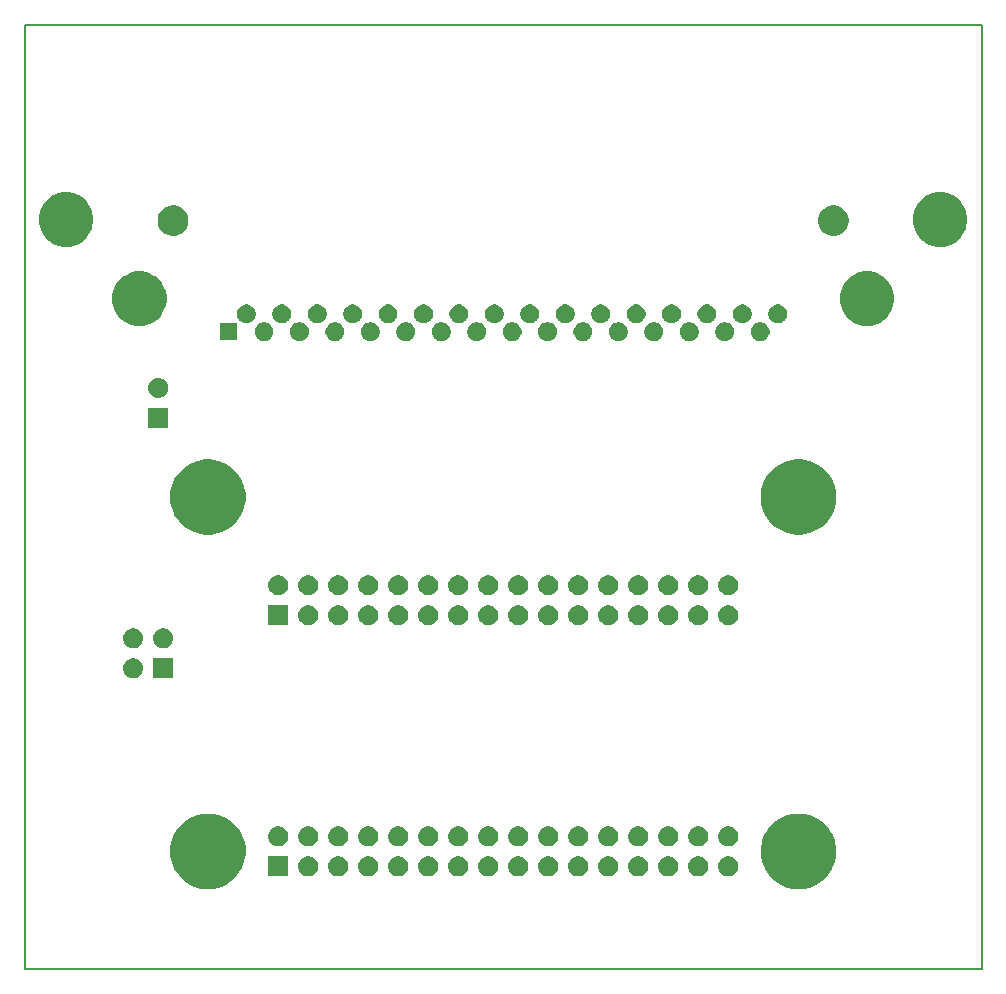
<source format=gbr>
G04 #@! TF.GenerationSoftware,KiCad,Pcbnew,5.0.2-bee76a0~70~ubuntu18.10.1*
G04 #@! TF.CreationDate,2019-01-06T00:11:04+02:00*
G04 #@! TF.ProjectId,GB-BRK-SLOT-A,47422d42-524b-42d5-934c-4f542d412e6b,v1.0*
G04 #@! TF.SameCoordinates,Original*
G04 #@! TF.FileFunction,Soldermask,Bot*
G04 #@! TF.FilePolarity,Negative*
%FSLAX46Y46*%
G04 Gerber Fmt 4.6, Leading zero omitted, Abs format (unit mm)*
G04 Created by KiCad (PCBNEW 5.0.2-bee76a0~70~ubuntu18.10.1) date su  6. tammikuuta 2019 00.11.04*
%MOMM*%
%LPD*%
G01*
G04 APERTURE LIST*
%ADD10C,0.150000*%
%ADD11C,0.100000*%
G04 APERTURE END LIST*
D10*
X128000000Y-70000000D02*
X128000000Y-150000000D01*
X47000000Y-70000000D02*
X128000000Y-70000000D01*
X47000000Y-150000000D02*
X128000000Y-150000000D01*
X47000000Y-70000000D02*
X47000000Y-150000000D01*
D11*
G36*
X112969730Y-136830744D02*
X113433408Y-136922975D01*
X114015768Y-137164197D01*
X114539881Y-137514398D01*
X114985602Y-137960119D01*
X115182958Y-138255483D01*
X115335803Y-138484232D01*
X115577025Y-139066592D01*
X115604460Y-139204517D01*
X115700000Y-139684828D01*
X115700000Y-140315172D01*
X115679148Y-140420000D01*
X115577025Y-140933408D01*
X115366329Y-141442071D01*
X115335803Y-141515768D01*
X114985602Y-142039881D01*
X114539881Y-142485602D01*
X114493375Y-142516676D01*
X114015768Y-142835803D01*
X113433408Y-143077025D01*
X112969730Y-143169256D01*
X112815172Y-143200000D01*
X112184828Y-143200000D01*
X112030270Y-143169256D01*
X111566592Y-143077025D01*
X110984232Y-142835803D01*
X110506625Y-142516676D01*
X110460119Y-142485602D01*
X110014398Y-142039881D01*
X109664197Y-141515768D01*
X109633671Y-141442071D01*
X109422975Y-140933408D01*
X109320852Y-140420000D01*
X109300000Y-140315172D01*
X109300000Y-139684828D01*
X109395540Y-139204517D01*
X109422975Y-139066592D01*
X109664197Y-138484232D01*
X109817042Y-138255483D01*
X110014398Y-137960119D01*
X110460119Y-137514398D01*
X110984232Y-137164197D01*
X111566592Y-136922975D01*
X112030270Y-136830744D01*
X112184828Y-136800000D01*
X112815172Y-136800000D01*
X112969730Y-136830744D01*
X112969730Y-136830744D01*
G37*
G36*
X62969730Y-136830744D02*
X63433408Y-136922975D01*
X64015768Y-137164197D01*
X64539881Y-137514398D01*
X64985602Y-137960119D01*
X65182958Y-138255483D01*
X65335803Y-138484232D01*
X65577025Y-139066592D01*
X65604460Y-139204517D01*
X65700000Y-139684828D01*
X65700000Y-140315172D01*
X65679148Y-140420000D01*
X65577025Y-140933408D01*
X65366329Y-141442071D01*
X65335803Y-141515768D01*
X64985602Y-142039881D01*
X64539881Y-142485602D01*
X64493375Y-142516676D01*
X64015768Y-142835803D01*
X63433408Y-143077025D01*
X62969730Y-143169256D01*
X62815172Y-143200000D01*
X62184828Y-143200000D01*
X62030270Y-143169256D01*
X61566592Y-143077025D01*
X60984232Y-142835803D01*
X60506625Y-142516676D01*
X60460119Y-142485602D01*
X60014398Y-142039881D01*
X59664197Y-141515768D01*
X59633671Y-141442071D01*
X59422975Y-140933408D01*
X59320852Y-140420000D01*
X59300000Y-140315172D01*
X59300000Y-139684828D01*
X59395540Y-139204517D01*
X59422975Y-139066592D01*
X59664197Y-138484232D01*
X59817042Y-138255483D01*
X60014398Y-137960119D01*
X60460119Y-137514398D01*
X60984232Y-137164197D01*
X61566592Y-136922975D01*
X62030270Y-136830744D01*
X62184828Y-136800000D01*
X62815172Y-136800000D01*
X62969730Y-136830744D01*
X62969730Y-136830744D01*
G37*
G36*
X78776627Y-140432299D02*
X78867088Y-140459740D01*
X78936855Y-140480903D01*
X78990712Y-140509691D01*
X79084517Y-140559830D01*
X79213948Y-140666052D01*
X79320170Y-140795483D01*
X79370309Y-140889288D01*
X79399097Y-140943145D01*
X79399097Y-140943146D01*
X79447701Y-141103373D01*
X79464113Y-141270000D01*
X79447701Y-141436627D01*
X79426176Y-141507585D01*
X79399097Y-141596855D01*
X79370309Y-141650712D01*
X79320170Y-141744517D01*
X79213948Y-141873948D01*
X79084517Y-141980170D01*
X79018658Y-142015372D01*
X78936855Y-142059097D01*
X78867088Y-142080260D01*
X78776627Y-142107701D01*
X78651757Y-142120000D01*
X78568243Y-142120000D01*
X78443373Y-142107701D01*
X78352912Y-142080260D01*
X78283145Y-142059097D01*
X78201342Y-142015372D01*
X78135483Y-141980170D01*
X78006052Y-141873948D01*
X77899830Y-141744517D01*
X77849691Y-141650712D01*
X77820903Y-141596855D01*
X77793824Y-141507585D01*
X77772299Y-141436627D01*
X77755887Y-141270000D01*
X77772299Y-141103373D01*
X77820903Y-140943146D01*
X77820903Y-140943145D01*
X77849691Y-140889288D01*
X77899830Y-140795483D01*
X78006052Y-140666052D01*
X78135483Y-140559830D01*
X78229288Y-140509691D01*
X78283145Y-140480903D01*
X78352912Y-140459740D01*
X78443373Y-140432299D01*
X78568243Y-140420000D01*
X78651757Y-140420000D01*
X78776627Y-140432299D01*
X78776627Y-140432299D01*
G37*
G36*
X69300000Y-142120000D02*
X67600000Y-142120000D01*
X67600000Y-140420000D01*
X69300000Y-140420000D01*
X69300000Y-142120000D01*
X69300000Y-142120000D01*
G37*
G36*
X71156627Y-140432299D02*
X71247088Y-140459740D01*
X71316855Y-140480903D01*
X71370712Y-140509691D01*
X71464517Y-140559830D01*
X71593948Y-140666052D01*
X71700170Y-140795483D01*
X71750309Y-140889288D01*
X71779097Y-140943145D01*
X71779097Y-140943146D01*
X71827701Y-141103373D01*
X71844113Y-141270000D01*
X71827701Y-141436627D01*
X71806176Y-141507585D01*
X71779097Y-141596855D01*
X71750309Y-141650712D01*
X71700170Y-141744517D01*
X71593948Y-141873948D01*
X71464517Y-141980170D01*
X71398658Y-142015372D01*
X71316855Y-142059097D01*
X71247088Y-142080260D01*
X71156627Y-142107701D01*
X71031757Y-142120000D01*
X70948243Y-142120000D01*
X70823373Y-142107701D01*
X70732912Y-142080260D01*
X70663145Y-142059097D01*
X70581342Y-142015372D01*
X70515483Y-141980170D01*
X70386052Y-141873948D01*
X70279830Y-141744517D01*
X70229691Y-141650712D01*
X70200903Y-141596855D01*
X70173824Y-141507585D01*
X70152299Y-141436627D01*
X70135887Y-141270000D01*
X70152299Y-141103373D01*
X70200903Y-140943146D01*
X70200903Y-140943145D01*
X70229691Y-140889288D01*
X70279830Y-140795483D01*
X70386052Y-140666052D01*
X70515483Y-140559830D01*
X70609288Y-140509691D01*
X70663145Y-140480903D01*
X70732912Y-140459740D01*
X70823373Y-140432299D01*
X70948243Y-140420000D01*
X71031757Y-140420000D01*
X71156627Y-140432299D01*
X71156627Y-140432299D01*
G37*
G36*
X73696627Y-140432299D02*
X73787088Y-140459740D01*
X73856855Y-140480903D01*
X73910712Y-140509691D01*
X74004517Y-140559830D01*
X74133948Y-140666052D01*
X74240170Y-140795483D01*
X74290309Y-140889288D01*
X74319097Y-140943145D01*
X74319097Y-140943146D01*
X74367701Y-141103373D01*
X74384113Y-141270000D01*
X74367701Y-141436627D01*
X74346176Y-141507585D01*
X74319097Y-141596855D01*
X74290309Y-141650712D01*
X74240170Y-141744517D01*
X74133948Y-141873948D01*
X74004517Y-141980170D01*
X73938658Y-142015372D01*
X73856855Y-142059097D01*
X73787088Y-142080260D01*
X73696627Y-142107701D01*
X73571757Y-142120000D01*
X73488243Y-142120000D01*
X73363373Y-142107701D01*
X73272912Y-142080260D01*
X73203145Y-142059097D01*
X73121342Y-142015372D01*
X73055483Y-141980170D01*
X72926052Y-141873948D01*
X72819830Y-141744517D01*
X72769691Y-141650712D01*
X72740903Y-141596855D01*
X72713824Y-141507585D01*
X72692299Y-141436627D01*
X72675887Y-141270000D01*
X72692299Y-141103373D01*
X72740903Y-140943146D01*
X72740903Y-140943145D01*
X72769691Y-140889288D01*
X72819830Y-140795483D01*
X72926052Y-140666052D01*
X73055483Y-140559830D01*
X73149288Y-140509691D01*
X73203145Y-140480903D01*
X73272912Y-140459740D01*
X73363373Y-140432299D01*
X73488243Y-140420000D01*
X73571757Y-140420000D01*
X73696627Y-140432299D01*
X73696627Y-140432299D01*
G37*
G36*
X76236627Y-140432299D02*
X76327088Y-140459740D01*
X76396855Y-140480903D01*
X76450712Y-140509691D01*
X76544517Y-140559830D01*
X76673948Y-140666052D01*
X76780170Y-140795483D01*
X76830309Y-140889288D01*
X76859097Y-140943145D01*
X76859097Y-140943146D01*
X76907701Y-141103373D01*
X76924113Y-141270000D01*
X76907701Y-141436627D01*
X76886176Y-141507585D01*
X76859097Y-141596855D01*
X76830309Y-141650712D01*
X76780170Y-141744517D01*
X76673948Y-141873948D01*
X76544517Y-141980170D01*
X76478658Y-142015372D01*
X76396855Y-142059097D01*
X76327088Y-142080260D01*
X76236627Y-142107701D01*
X76111757Y-142120000D01*
X76028243Y-142120000D01*
X75903373Y-142107701D01*
X75812912Y-142080260D01*
X75743145Y-142059097D01*
X75661342Y-142015372D01*
X75595483Y-141980170D01*
X75466052Y-141873948D01*
X75359830Y-141744517D01*
X75309691Y-141650712D01*
X75280903Y-141596855D01*
X75253824Y-141507585D01*
X75232299Y-141436627D01*
X75215887Y-141270000D01*
X75232299Y-141103373D01*
X75280903Y-140943146D01*
X75280903Y-140943145D01*
X75309691Y-140889288D01*
X75359830Y-140795483D01*
X75466052Y-140666052D01*
X75595483Y-140559830D01*
X75689288Y-140509691D01*
X75743145Y-140480903D01*
X75812912Y-140459740D01*
X75903373Y-140432299D01*
X76028243Y-140420000D01*
X76111757Y-140420000D01*
X76236627Y-140432299D01*
X76236627Y-140432299D01*
G37*
G36*
X81316627Y-140432299D02*
X81407088Y-140459740D01*
X81476855Y-140480903D01*
X81530712Y-140509691D01*
X81624517Y-140559830D01*
X81753948Y-140666052D01*
X81860170Y-140795483D01*
X81910309Y-140889288D01*
X81939097Y-140943145D01*
X81939097Y-140943146D01*
X81987701Y-141103373D01*
X82004113Y-141270000D01*
X81987701Y-141436627D01*
X81966176Y-141507585D01*
X81939097Y-141596855D01*
X81910309Y-141650712D01*
X81860170Y-141744517D01*
X81753948Y-141873948D01*
X81624517Y-141980170D01*
X81558658Y-142015372D01*
X81476855Y-142059097D01*
X81407088Y-142080260D01*
X81316627Y-142107701D01*
X81191757Y-142120000D01*
X81108243Y-142120000D01*
X80983373Y-142107701D01*
X80892912Y-142080260D01*
X80823145Y-142059097D01*
X80741342Y-142015372D01*
X80675483Y-141980170D01*
X80546052Y-141873948D01*
X80439830Y-141744517D01*
X80389691Y-141650712D01*
X80360903Y-141596855D01*
X80333824Y-141507585D01*
X80312299Y-141436627D01*
X80295887Y-141270000D01*
X80312299Y-141103373D01*
X80360903Y-140943146D01*
X80360903Y-140943145D01*
X80389691Y-140889288D01*
X80439830Y-140795483D01*
X80546052Y-140666052D01*
X80675483Y-140559830D01*
X80769288Y-140509691D01*
X80823145Y-140480903D01*
X80892912Y-140459740D01*
X80983373Y-140432299D01*
X81108243Y-140420000D01*
X81191757Y-140420000D01*
X81316627Y-140432299D01*
X81316627Y-140432299D01*
G37*
G36*
X83856627Y-140432299D02*
X83947088Y-140459740D01*
X84016855Y-140480903D01*
X84070712Y-140509691D01*
X84164517Y-140559830D01*
X84293948Y-140666052D01*
X84400170Y-140795483D01*
X84450309Y-140889288D01*
X84479097Y-140943145D01*
X84479097Y-140943146D01*
X84527701Y-141103373D01*
X84544113Y-141270000D01*
X84527701Y-141436627D01*
X84506176Y-141507585D01*
X84479097Y-141596855D01*
X84450309Y-141650712D01*
X84400170Y-141744517D01*
X84293948Y-141873948D01*
X84164517Y-141980170D01*
X84098658Y-142015372D01*
X84016855Y-142059097D01*
X83947088Y-142080260D01*
X83856627Y-142107701D01*
X83731757Y-142120000D01*
X83648243Y-142120000D01*
X83523373Y-142107701D01*
X83432912Y-142080260D01*
X83363145Y-142059097D01*
X83281342Y-142015372D01*
X83215483Y-141980170D01*
X83086052Y-141873948D01*
X82979830Y-141744517D01*
X82929691Y-141650712D01*
X82900903Y-141596855D01*
X82873824Y-141507585D01*
X82852299Y-141436627D01*
X82835887Y-141270000D01*
X82852299Y-141103373D01*
X82900903Y-140943146D01*
X82900903Y-140943145D01*
X82929691Y-140889288D01*
X82979830Y-140795483D01*
X83086052Y-140666052D01*
X83215483Y-140559830D01*
X83309288Y-140509691D01*
X83363145Y-140480903D01*
X83432912Y-140459740D01*
X83523373Y-140432299D01*
X83648243Y-140420000D01*
X83731757Y-140420000D01*
X83856627Y-140432299D01*
X83856627Y-140432299D01*
G37*
G36*
X86396627Y-140432299D02*
X86487088Y-140459740D01*
X86556855Y-140480903D01*
X86610712Y-140509691D01*
X86704517Y-140559830D01*
X86833948Y-140666052D01*
X86940170Y-140795483D01*
X86990309Y-140889288D01*
X87019097Y-140943145D01*
X87019097Y-140943146D01*
X87067701Y-141103373D01*
X87084113Y-141270000D01*
X87067701Y-141436627D01*
X87046176Y-141507585D01*
X87019097Y-141596855D01*
X86990309Y-141650712D01*
X86940170Y-141744517D01*
X86833948Y-141873948D01*
X86704517Y-141980170D01*
X86638658Y-142015372D01*
X86556855Y-142059097D01*
X86487088Y-142080260D01*
X86396627Y-142107701D01*
X86271757Y-142120000D01*
X86188243Y-142120000D01*
X86063373Y-142107701D01*
X85972912Y-142080260D01*
X85903145Y-142059097D01*
X85821342Y-142015372D01*
X85755483Y-141980170D01*
X85626052Y-141873948D01*
X85519830Y-141744517D01*
X85469691Y-141650712D01*
X85440903Y-141596855D01*
X85413824Y-141507585D01*
X85392299Y-141436627D01*
X85375887Y-141270000D01*
X85392299Y-141103373D01*
X85440903Y-140943146D01*
X85440903Y-140943145D01*
X85469691Y-140889288D01*
X85519830Y-140795483D01*
X85626052Y-140666052D01*
X85755483Y-140559830D01*
X85849288Y-140509691D01*
X85903145Y-140480903D01*
X85972912Y-140459740D01*
X86063373Y-140432299D01*
X86188243Y-140420000D01*
X86271757Y-140420000D01*
X86396627Y-140432299D01*
X86396627Y-140432299D01*
G37*
G36*
X88936627Y-140432299D02*
X89027088Y-140459740D01*
X89096855Y-140480903D01*
X89150712Y-140509691D01*
X89244517Y-140559830D01*
X89373948Y-140666052D01*
X89480170Y-140795483D01*
X89530309Y-140889288D01*
X89559097Y-140943145D01*
X89559097Y-140943146D01*
X89607701Y-141103373D01*
X89624113Y-141270000D01*
X89607701Y-141436627D01*
X89586176Y-141507585D01*
X89559097Y-141596855D01*
X89530309Y-141650712D01*
X89480170Y-141744517D01*
X89373948Y-141873948D01*
X89244517Y-141980170D01*
X89178658Y-142015372D01*
X89096855Y-142059097D01*
X89027088Y-142080260D01*
X88936627Y-142107701D01*
X88811757Y-142120000D01*
X88728243Y-142120000D01*
X88603373Y-142107701D01*
X88512912Y-142080260D01*
X88443145Y-142059097D01*
X88361342Y-142015372D01*
X88295483Y-141980170D01*
X88166052Y-141873948D01*
X88059830Y-141744517D01*
X88009691Y-141650712D01*
X87980903Y-141596855D01*
X87953824Y-141507585D01*
X87932299Y-141436627D01*
X87915887Y-141270000D01*
X87932299Y-141103373D01*
X87980903Y-140943146D01*
X87980903Y-140943145D01*
X88009691Y-140889288D01*
X88059830Y-140795483D01*
X88166052Y-140666052D01*
X88295483Y-140559830D01*
X88389288Y-140509691D01*
X88443145Y-140480903D01*
X88512912Y-140459740D01*
X88603373Y-140432299D01*
X88728243Y-140420000D01*
X88811757Y-140420000D01*
X88936627Y-140432299D01*
X88936627Y-140432299D01*
G37*
G36*
X91476627Y-140432299D02*
X91567088Y-140459740D01*
X91636855Y-140480903D01*
X91690712Y-140509691D01*
X91784517Y-140559830D01*
X91913948Y-140666052D01*
X92020170Y-140795483D01*
X92070309Y-140889288D01*
X92099097Y-140943145D01*
X92099097Y-140943146D01*
X92147701Y-141103373D01*
X92164113Y-141270000D01*
X92147701Y-141436627D01*
X92126176Y-141507585D01*
X92099097Y-141596855D01*
X92070309Y-141650712D01*
X92020170Y-141744517D01*
X91913948Y-141873948D01*
X91784517Y-141980170D01*
X91718658Y-142015372D01*
X91636855Y-142059097D01*
X91567088Y-142080260D01*
X91476627Y-142107701D01*
X91351757Y-142120000D01*
X91268243Y-142120000D01*
X91143373Y-142107701D01*
X91052912Y-142080260D01*
X90983145Y-142059097D01*
X90901342Y-142015372D01*
X90835483Y-141980170D01*
X90706052Y-141873948D01*
X90599830Y-141744517D01*
X90549691Y-141650712D01*
X90520903Y-141596855D01*
X90493824Y-141507585D01*
X90472299Y-141436627D01*
X90455887Y-141270000D01*
X90472299Y-141103373D01*
X90520903Y-140943146D01*
X90520903Y-140943145D01*
X90549691Y-140889288D01*
X90599830Y-140795483D01*
X90706052Y-140666052D01*
X90835483Y-140559830D01*
X90929288Y-140509691D01*
X90983145Y-140480903D01*
X91052912Y-140459740D01*
X91143373Y-140432299D01*
X91268243Y-140420000D01*
X91351757Y-140420000D01*
X91476627Y-140432299D01*
X91476627Y-140432299D01*
G37*
G36*
X94016627Y-140432299D02*
X94107088Y-140459740D01*
X94176855Y-140480903D01*
X94230712Y-140509691D01*
X94324517Y-140559830D01*
X94453948Y-140666052D01*
X94560170Y-140795483D01*
X94610309Y-140889288D01*
X94639097Y-140943145D01*
X94639097Y-140943146D01*
X94687701Y-141103373D01*
X94704113Y-141270000D01*
X94687701Y-141436627D01*
X94666176Y-141507585D01*
X94639097Y-141596855D01*
X94610309Y-141650712D01*
X94560170Y-141744517D01*
X94453948Y-141873948D01*
X94324517Y-141980170D01*
X94258658Y-142015372D01*
X94176855Y-142059097D01*
X94107088Y-142080260D01*
X94016627Y-142107701D01*
X93891757Y-142120000D01*
X93808243Y-142120000D01*
X93683373Y-142107701D01*
X93592912Y-142080260D01*
X93523145Y-142059097D01*
X93441342Y-142015372D01*
X93375483Y-141980170D01*
X93246052Y-141873948D01*
X93139830Y-141744517D01*
X93089691Y-141650712D01*
X93060903Y-141596855D01*
X93033824Y-141507585D01*
X93012299Y-141436627D01*
X92995887Y-141270000D01*
X93012299Y-141103373D01*
X93060903Y-140943146D01*
X93060903Y-140943145D01*
X93089691Y-140889288D01*
X93139830Y-140795483D01*
X93246052Y-140666052D01*
X93375483Y-140559830D01*
X93469288Y-140509691D01*
X93523145Y-140480903D01*
X93592912Y-140459740D01*
X93683373Y-140432299D01*
X93808243Y-140420000D01*
X93891757Y-140420000D01*
X94016627Y-140432299D01*
X94016627Y-140432299D01*
G37*
G36*
X96556627Y-140432299D02*
X96647088Y-140459740D01*
X96716855Y-140480903D01*
X96770712Y-140509691D01*
X96864517Y-140559830D01*
X96993948Y-140666052D01*
X97100170Y-140795483D01*
X97150309Y-140889288D01*
X97179097Y-140943145D01*
X97179097Y-140943146D01*
X97227701Y-141103373D01*
X97244113Y-141270000D01*
X97227701Y-141436627D01*
X97206176Y-141507585D01*
X97179097Y-141596855D01*
X97150309Y-141650712D01*
X97100170Y-141744517D01*
X96993948Y-141873948D01*
X96864517Y-141980170D01*
X96798658Y-142015372D01*
X96716855Y-142059097D01*
X96647088Y-142080260D01*
X96556627Y-142107701D01*
X96431757Y-142120000D01*
X96348243Y-142120000D01*
X96223373Y-142107701D01*
X96132912Y-142080260D01*
X96063145Y-142059097D01*
X95981342Y-142015372D01*
X95915483Y-141980170D01*
X95786052Y-141873948D01*
X95679830Y-141744517D01*
X95629691Y-141650712D01*
X95600903Y-141596855D01*
X95573824Y-141507585D01*
X95552299Y-141436627D01*
X95535887Y-141270000D01*
X95552299Y-141103373D01*
X95600903Y-140943146D01*
X95600903Y-140943145D01*
X95629691Y-140889288D01*
X95679830Y-140795483D01*
X95786052Y-140666052D01*
X95915483Y-140559830D01*
X96009288Y-140509691D01*
X96063145Y-140480903D01*
X96132912Y-140459740D01*
X96223373Y-140432299D01*
X96348243Y-140420000D01*
X96431757Y-140420000D01*
X96556627Y-140432299D01*
X96556627Y-140432299D01*
G37*
G36*
X99096627Y-140432299D02*
X99187088Y-140459740D01*
X99256855Y-140480903D01*
X99310712Y-140509691D01*
X99404517Y-140559830D01*
X99533948Y-140666052D01*
X99640170Y-140795483D01*
X99690309Y-140889288D01*
X99719097Y-140943145D01*
X99719097Y-140943146D01*
X99767701Y-141103373D01*
X99784113Y-141270000D01*
X99767701Y-141436627D01*
X99746176Y-141507585D01*
X99719097Y-141596855D01*
X99690309Y-141650712D01*
X99640170Y-141744517D01*
X99533948Y-141873948D01*
X99404517Y-141980170D01*
X99338658Y-142015372D01*
X99256855Y-142059097D01*
X99187088Y-142080260D01*
X99096627Y-142107701D01*
X98971757Y-142120000D01*
X98888243Y-142120000D01*
X98763373Y-142107701D01*
X98672912Y-142080260D01*
X98603145Y-142059097D01*
X98521342Y-142015372D01*
X98455483Y-141980170D01*
X98326052Y-141873948D01*
X98219830Y-141744517D01*
X98169691Y-141650712D01*
X98140903Y-141596855D01*
X98113824Y-141507585D01*
X98092299Y-141436627D01*
X98075887Y-141270000D01*
X98092299Y-141103373D01*
X98140903Y-140943146D01*
X98140903Y-140943145D01*
X98169691Y-140889288D01*
X98219830Y-140795483D01*
X98326052Y-140666052D01*
X98455483Y-140559830D01*
X98549288Y-140509691D01*
X98603145Y-140480903D01*
X98672912Y-140459740D01*
X98763373Y-140432299D01*
X98888243Y-140420000D01*
X98971757Y-140420000D01*
X99096627Y-140432299D01*
X99096627Y-140432299D01*
G37*
G36*
X104176627Y-140432299D02*
X104267088Y-140459740D01*
X104336855Y-140480903D01*
X104390712Y-140509691D01*
X104484517Y-140559830D01*
X104613948Y-140666052D01*
X104720170Y-140795483D01*
X104770309Y-140889288D01*
X104799097Y-140943145D01*
X104799097Y-140943146D01*
X104847701Y-141103373D01*
X104864113Y-141270000D01*
X104847701Y-141436627D01*
X104826176Y-141507585D01*
X104799097Y-141596855D01*
X104770309Y-141650712D01*
X104720170Y-141744517D01*
X104613948Y-141873948D01*
X104484517Y-141980170D01*
X104418658Y-142015372D01*
X104336855Y-142059097D01*
X104267088Y-142080260D01*
X104176627Y-142107701D01*
X104051757Y-142120000D01*
X103968243Y-142120000D01*
X103843373Y-142107701D01*
X103752912Y-142080260D01*
X103683145Y-142059097D01*
X103601342Y-142015372D01*
X103535483Y-141980170D01*
X103406052Y-141873948D01*
X103299830Y-141744517D01*
X103249691Y-141650712D01*
X103220903Y-141596855D01*
X103193824Y-141507585D01*
X103172299Y-141436627D01*
X103155887Y-141270000D01*
X103172299Y-141103373D01*
X103220903Y-140943146D01*
X103220903Y-140943145D01*
X103249691Y-140889288D01*
X103299830Y-140795483D01*
X103406052Y-140666052D01*
X103535483Y-140559830D01*
X103629288Y-140509691D01*
X103683145Y-140480903D01*
X103752912Y-140459740D01*
X103843373Y-140432299D01*
X103968243Y-140420000D01*
X104051757Y-140420000D01*
X104176627Y-140432299D01*
X104176627Y-140432299D01*
G37*
G36*
X101636627Y-140432299D02*
X101727088Y-140459740D01*
X101796855Y-140480903D01*
X101850712Y-140509691D01*
X101944517Y-140559830D01*
X102073948Y-140666052D01*
X102180170Y-140795483D01*
X102230309Y-140889288D01*
X102259097Y-140943145D01*
X102259097Y-140943146D01*
X102307701Y-141103373D01*
X102324113Y-141270000D01*
X102307701Y-141436627D01*
X102286176Y-141507585D01*
X102259097Y-141596855D01*
X102230309Y-141650712D01*
X102180170Y-141744517D01*
X102073948Y-141873948D01*
X101944517Y-141980170D01*
X101878658Y-142015372D01*
X101796855Y-142059097D01*
X101727088Y-142080260D01*
X101636627Y-142107701D01*
X101511757Y-142120000D01*
X101428243Y-142120000D01*
X101303373Y-142107701D01*
X101212912Y-142080260D01*
X101143145Y-142059097D01*
X101061342Y-142015372D01*
X100995483Y-141980170D01*
X100866052Y-141873948D01*
X100759830Y-141744517D01*
X100709691Y-141650712D01*
X100680903Y-141596855D01*
X100653824Y-141507585D01*
X100632299Y-141436627D01*
X100615887Y-141270000D01*
X100632299Y-141103373D01*
X100680903Y-140943146D01*
X100680903Y-140943145D01*
X100709691Y-140889288D01*
X100759830Y-140795483D01*
X100866052Y-140666052D01*
X100995483Y-140559830D01*
X101089288Y-140509691D01*
X101143145Y-140480903D01*
X101212912Y-140459740D01*
X101303373Y-140432299D01*
X101428243Y-140420000D01*
X101511757Y-140420000D01*
X101636627Y-140432299D01*
X101636627Y-140432299D01*
G37*
G36*
X106716627Y-140432299D02*
X106807088Y-140459740D01*
X106876855Y-140480903D01*
X106930712Y-140509691D01*
X107024517Y-140559830D01*
X107153948Y-140666052D01*
X107260170Y-140795483D01*
X107310309Y-140889288D01*
X107339097Y-140943145D01*
X107339097Y-140943146D01*
X107387701Y-141103373D01*
X107404113Y-141270000D01*
X107387701Y-141436627D01*
X107366176Y-141507585D01*
X107339097Y-141596855D01*
X107310309Y-141650712D01*
X107260170Y-141744517D01*
X107153948Y-141873948D01*
X107024517Y-141980170D01*
X106958658Y-142015372D01*
X106876855Y-142059097D01*
X106807088Y-142080260D01*
X106716627Y-142107701D01*
X106591757Y-142120000D01*
X106508243Y-142120000D01*
X106383373Y-142107701D01*
X106292912Y-142080260D01*
X106223145Y-142059097D01*
X106141342Y-142015372D01*
X106075483Y-141980170D01*
X105946052Y-141873948D01*
X105839830Y-141744517D01*
X105789691Y-141650712D01*
X105760903Y-141596855D01*
X105733824Y-141507585D01*
X105712299Y-141436627D01*
X105695887Y-141270000D01*
X105712299Y-141103373D01*
X105760903Y-140943146D01*
X105760903Y-140943145D01*
X105789691Y-140889288D01*
X105839830Y-140795483D01*
X105946052Y-140666052D01*
X106075483Y-140559830D01*
X106169288Y-140509691D01*
X106223145Y-140480903D01*
X106292912Y-140459740D01*
X106383373Y-140432299D01*
X106508243Y-140420000D01*
X106591757Y-140420000D01*
X106716627Y-140432299D01*
X106716627Y-140432299D01*
G37*
G36*
X73696627Y-137892299D02*
X73757287Y-137910700D01*
X73856855Y-137940903D01*
X73882246Y-137954475D01*
X74004517Y-138019830D01*
X74133948Y-138126052D01*
X74240170Y-138255483D01*
X74286596Y-138342341D01*
X74319097Y-138403145D01*
X74340260Y-138472912D01*
X74367701Y-138563373D01*
X74384113Y-138730000D01*
X74367701Y-138896627D01*
X74367700Y-138896629D01*
X74319097Y-139056855D01*
X74290309Y-139110712D01*
X74240170Y-139204517D01*
X74133948Y-139333948D01*
X74004517Y-139440170D01*
X73910712Y-139490309D01*
X73856855Y-139519097D01*
X73787088Y-139540260D01*
X73696627Y-139567701D01*
X73571757Y-139580000D01*
X73488243Y-139580000D01*
X73363373Y-139567701D01*
X73272912Y-139540260D01*
X73203145Y-139519097D01*
X73149288Y-139490309D01*
X73055483Y-139440170D01*
X72926052Y-139333948D01*
X72819830Y-139204517D01*
X72769691Y-139110712D01*
X72740903Y-139056855D01*
X72692300Y-138896629D01*
X72692299Y-138896627D01*
X72675887Y-138730000D01*
X72692299Y-138563373D01*
X72719740Y-138472912D01*
X72740903Y-138403145D01*
X72773404Y-138342341D01*
X72819830Y-138255483D01*
X72926052Y-138126052D01*
X73055483Y-138019830D01*
X73177754Y-137954475D01*
X73203145Y-137940903D01*
X73302713Y-137910700D01*
X73363373Y-137892299D01*
X73488243Y-137880000D01*
X73571757Y-137880000D01*
X73696627Y-137892299D01*
X73696627Y-137892299D01*
G37*
G36*
X68616627Y-137892299D02*
X68677287Y-137910700D01*
X68776855Y-137940903D01*
X68802246Y-137954475D01*
X68924517Y-138019830D01*
X69053948Y-138126052D01*
X69160170Y-138255483D01*
X69206596Y-138342341D01*
X69239097Y-138403145D01*
X69260260Y-138472912D01*
X69287701Y-138563373D01*
X69304113Y-138730000D01*
X69287701Y-138896627D01*
X69287700Y-138896629D01*
X69239097Y-139056855D01*
X69210309Y-139110712D01*
X69160170Y-139204517D01*
X69053948Y-139333948D01*
X68924517Y-139440170D01*
X68830712Y-139490309D01*
X68776855Y-139519097D01*
X68707088Y-139540260D01*
X68616627Y-139567701D01*
X68491757Y-139580000D01*
X68408243Y-139580000D01*
X68283373Y-139567701D01*
X68192912Y-139540260D01*
X68123145Y-139519097D01*
X68069288Y-139490309D01*
X67975483Y-139440170D01*
X67846052Y-139333948D01*
X67739830Y-139204517D01*
X67689691Y-139110712D01*
X67660903Y-139056855D01*
X67612300Y-138896629D01*
X67612299Y-138896627D01*
X67595887Y-138730000D01*
X67612299Y-138563373D01*
X67639740Y-138472912D01*
X67660903Y-138403145D01*
X67693404Y-138342341D01*
X67739830Y-138255483D01*
X67846052Y-138126052D01*
X67975483Y-138019830D01*
X68097754Y-137954475D01*
X68123145Y-137940903D01*
X68222713Y-137910700D01*
X68283373Y-137892299D01*
X68408243Y-137880000D01*
X68491757Y-137880000D01*
X68616627Y-137892299D01*
X68616627Y-137892299D01*
G37*
G36*
X71156627Y-137892299D02*
X71217287Y-137910700D01*
X71316855Y-137940903D01*
X71342246Y-137954475D01*
X71464517Y-138019830D01*
X71593948Y-138126052D01*
X71700170Y-138255483D01*
X71746596Y-138342341D01*
X71779097Y-138403145D01*
X71800260Y-138472912D01*
X71827701Y-138563373D01*
X71844113Y-138730000D01*
X71827701Y-138896627D01*
X71827700Y-138896629D01*
X71779097Y-139056855D01*
X71750309Y-139110712D01*
X71700170Y-139204517D01*
X71593948Y-139333948D01*
X71464517Y-139440170D01*
X71370712Y-139490309D01*
X71316855Y-139519097D01*
X71247088Y-139540260D01*
X71156627Y-139567701D01*
X71031757Y-139580000D01*
X70948243Y-139580000D01*
X70823373Y-139567701D01*
X70732912Y-139540260D01*
X70663145Y-139519097D01*
X70609288Y-139490309D01*
X70515483Y-139440170D01*
X70386052Y-139333948D01*
X70279830Y-139204517D01*
X70229691Y-139110712D01*
X70200903Y-139056855D01*
X70152300Y-138896629D01*
X70152299Y-138896627D01*
X70135887Y-138730000D01*
X70152299Y-138563373D01*
X70179740Y-138472912D01*
X70200903Y-138403145D01*
X70233404Y-138342341D01*
X70279830Y-138255483D01*
X70386052Y-138126052D01*
X70515483Y-138019830D01*
X70637754Y-137954475D01*
X70663145Y-137940903D01*
X70762713Y-137910700D01*
X70823373Y-137892299D01*
X70948243Y-137880000D01*
X71031757Y-137880000D01*
X71156627Y-137892299D01*
X71156627Y-137892299D01*
G37*
G36*
X76236627Y-137892299D02*
X76297287Y-137910700D01*
X76396855Y-137940903D01*
X76422246Y-137954475D01*
X76544517Y-138019830D01*
X76673948Y-138126052D01*
X76780170Y-138255483D01*
X76826596Y-138342341D01*
X76859097Y-138403145D01*
X76880260Y-138472912D01*
X76907701Y-138563373D01*
X76924113Y-138730000D01*
X76907701Y-138896627D01*
X76907700Y-138896629D01*
X76859097Y-139056855D01*
X76830309Y-139110712D01*
X76780170Y-139204517D01*
X76673948Y-139333948D01*
X76544517Y-139440170D01*
X76450712Y-139490309D01*
X76396855Y-139519097D01*
X76327088Y-139540260D01*
X76236627Y-139567701D01*
X76111757Y-139580000D01*
X76028243Y-139580000D01*
X75903373Y-139567701D01*
X75812912Y-139540260D01*
X75743145Y-139519097D01*
X75689288Y-139490309D01*
X75595483Y-139440170D01*
X75466052Y-139333948D01*
X75359830Y-139204517D01*
X75309691Y-139110712D01*
X75280903Y-139056855D01*
X75232300Y-138896629D01*
X75232299Y-138896627D01*
X75215887Y-138730000D01*
X75232299Y-138563373D01*
X75259740Y-138472912D01*
X75280903Y-138403145D01*
X75313404Y-138342341D01*
X75359830Y-138255483D01*
X75466052Y-138126052D01*
X75595483Y-138019830D01*
X75717754Y-137954475D01*
X75743145Y-137940903D01*
X75842713Y-137910700D01*
X75903373Y-137892299D01*
X76028243Y-137880000D01*
X76111757Y-137880000D01*
X76236627Y-137892299D01*
X76236627Y-137892299D01*
G37*
G36*
X78776627Y-137892299D02*
X78837287Y-137910700D01*
X78936855Y-137940903D01*
X78962246Y-137954475D01*
X79084517Y-138019830D01*
X79213948Y-138126052D01*
X79320170Y-138255483D01*
X79366596Y-138342341D01*
X79399097Y-138403145D01*
X79420260Y-138472912D01*
X79447701Y-138563373D01*
X79464113Y-138730000D01*
X79447701Y-138896627D01*
X79447700Y-138896629D01*
X79399097Y-139056855D01*
X79370309Y-139110712D01*
X79320170Y-139204517D01*
X79213948Y-139333948D01*
X79084517Y-139440170D01*
X78990712Y-139490309D01*
X78936855Y-139519097D01*
X78867088Y-139540260D01*
X78776627Y-139567701D01*
X78651757Y-139580000D01*
X78568243Y-139580000D01*
X78443373Y-139567701D01*
X78352912Y-139540260D01*
X78283145Y-139519097D01*
X78229288Y-139490309D01*
X78135483Y-139440170D01*
X78006052Y-139333948D01*
X77899830Y-139204517D01*
X77849691Y-139110712D01*
X77820903Y-139056855D01*
X77772300Y-138896629D01*
X77772299Y-138896627D01*
X77755887Y-138730000D01*
X77772299Y-138563373D01*
X77799740Y-138472912D01*
X77820903Y-138403145D01*
X77853404Y-138342341D01*
X77899830Y-138255483D01*
X78006052Y-138126052D01*
X78135483Y-138019830D01*
X78257754Y-137954475D01*
X78283145Y-137940903D01*
X78382713Y-137910700D01*
X78443373Y-137892299D01*
X78568243Y-137880000D01*
X78651757Y-137880000D01*
X78776627Y-137892299D01*
X78776627Y-137892299D01*
G37*
G36*
X81316627Y-137892299D02*
X81377287Y-137910700D01*
X81476855Y-137940903D01*
X81502246Y-137954475D01*
X81624517Y-138019830D01*
X81753948Y-138126052D01*
X81860170Y-138255483D01*
X81906596Y-138342341D01*
X81939097Y-138403145D01*
X81960260Y-138472912D01*
X81987701Y-138563373D01*
X82004113Y-138730000D01*
X81987701Y-138896627D01*
X81987700Y-138896629D01*
X81939097Y-139056855D01*
X81910309Y-139110712D01*
X81860170Y-139204517D01*
X81753948Y-139333948D01*
X81624517Y-139440170D01*
X81530712Y-139490309D01*
X81476855Y-139519097D01*
X81407088Y-139540260D01*
X81316627Y-139567701D01*
X81191757Y-139580000D01*
X81108243Y-139580000D01*
X80983373Y-139567701D01*
X80892912Y-139540260D01*
X80823145Y-139519097D01*
X80769288Y-139490309D01*
X80675483Y-139440170D01*
X80546052Y-139333948D01*
X80439830Y-139204517D01*
X80389691Y-139110712D01*
X80360903Y-139056855D01*
X80312300Y-138896629D01*
X80312299Y-138896627D01*
X80295887Y-138730000D01*
X80312299Y-138563373D01*
X80339740Y-138472912D01*
X80360903Y-138403145D01*
X80393404Y-138342341D01*
X80439830Y-138255483D01*
X80546052Y-138126052D01*
X80675483Y-138019830D01*
X80797754Y-137954475D01*
X80823145Y-137940903D01*
X80922713Y-137910700D01*
X80983373Y-137892299D01*
X81108243Y-137880000D01*
X81191757Y-137880000D01*
X81316627Y-137892299D01*
X81316627Y-137892299D01*
G37*
G36*
X83856627Y-137892299D02*
X83917287Y-137910700D01*
X84016855Y-137940903D01*
X84042246Y-137954475D01*
X84164517Y-138019830D01*
X84293948Y-138126052D01*
X84400170Y-138255483D01*
X84446596Y-138342341D01*
X84479097Y-138403145D01*
X84500260Y-138472912D01*
X84527701Y-138563373D01*
X84544113Y-138730000D01*
X84527701Y-138896627D01*
X84527700Y-138896629D01*
X84479097Y-139056855D01*
X84450309Y-139110712D01*
X84400170Y-139204517D01*
X84293948Y-139333948D01*
X84164517Y-139440170D01*
X84070712Y-139490309D01*
X84016855Y-139519097D01*
X83947088Y-139540260D01*
X83856627Y-139567701D01*
X83731757Y-139580000D01*
X83648243Y-139580000D01*
X83523373Y-139567701D01*
X83432912Y-139540260D01*
X83363145Y-139519097D01*
X83309288Y-139490309D01*
X83215483Y-139440170D01*
X83086052Y-139333948D01*
X82979830Y-139204517D01*
X82929691Y-139110712D01*
X82900903Y-139056855D01*
X82852300Y-138896629D01*
X82852299Y-138896627D01*
X82835887Y-138730000D01*
X82852299Y-138563373D01*
X82879740Y-138472912D01*
X82900903Y-138403145D01*
X82933404Y-138342341D01*
X82979830Y-138255483D01*
X83086052Y-138126052D01*
X83215483Y-138019830D01*
X83337754Y-137954475D01*
X83363145Y-137940903D01*
X83462713Y-137910700D01*
X83523373Y-137892299D01*
X83648243Y-137880000D01*
X83731757Y-137880000D01*
X83856627Y-137892299D01*
X83856627Y-137892299D01*
G37*
G36*
X86396627Y-137892299D02*
X86457287Y-137910700D01*
X86556855Y-137940903D01*
X86582246Y-137954475D01*
X86704517Y-138019830D01*
X86833948Y-138126052D01*
X86940170Y-138255483D01*
X86986596Y-138342341D01*
X87019097Y-138403145D01*
X87040260Y-138472912D01*
X87067701Y-138563373D01*
X87084113Y-138730000D01*
X87067701Y-138896627D01*
X87067700Y-138896629D01*
X87019097Y-139056855D01*
X86990309Y-139110712D01*
X86940170Y-139204517D01*
X86833948Y-139333948D01*
X86704517Y-139440170D01*
X86610712Y-139490309D01*
X86556855Y-139519097D01*
X86487088Y-139540260D01*
X86396627Y-139567701D01*
X86271757Y-139580000D01*
X86188243Y-139580000D01*
X86063373Y-139567701D01*
X85972912Y-139540260D01*
X85903145Y-139519097D01*
X85849288Y-139490309D01*
X85755483Y-139440170D01*
X85626052Y-139333948D01*
X85519830Y-139204517D01*
X85469691Y-139110712D01*
X85440903Y-139056855D01*
X85392300Y-138896629D01*
X85392299Y-138896627D01*
X85375887Y-138730000D01*
X85392299Y-138563373D01*
X85419740Y-138472912D01*
X85440903Y-138403145D01*
X85473404Y-138342341D01*
X85519830Y-138255483D01*
X85626052Y-138126052D01*
X85755483Y-138019830D01*
X85877754Y-137954475D01*
X85903145Y-137940903D01*
X86002713Y-137910700D01*
X86063373Y-137892299D01*
X86188243Y-137880000D01*
X86271757Y-137880000D01*
X86396627Y-137892299D01*
X86396627Y-137892299D01*
G37*
G36*
X88936627Y-137892299D02*
X88997287Y-137910700D01*
X89096855Y-137940903D01*
X89122246Y-137954475D01*
X89244517Y-138019830D01*
X89373948Y-138126052D01*
X89480170Y-138255483D01*
X89526596Y-138342341D01*
X89559097Y-138403145D01*
X89580260Y-138472912D01*
X89607701Y-138563373D01*
X89624113Y-138730000D01*
X89607701Y-138896627D01*
X89607700Y-138896629D01*
X89559097Y-139056855D01*
X89530309Y-139110712D01*
X89480170Y-139204517D01*
X89373948Y-139333948D01*
X89244517Y-139440170D01*
X89150712Y-139490309D01*
X89096855Y-139519097D01*
X89027088Y-139540260D01*
X88936627Y-139567701D01*
X88811757Y-139580000D01*
X88728243Y-139580000D01*
X88603373Y-139567701D01*
X88512912Y-139540260D01*
X88443145Y-139519097D01*
X88389288Y-139490309D01*
X88295483Y-139440170D01*
X88166052Y-139333948D01*
X88059830Y-139204517D01*
X88009691Y-139110712D01*
X87980903Y-139056855D01*
X87932300Y-138896629D01*
X87932299Y-138896627D01*
X87915887Y-138730000D01*
X87932299Y-138563373D01*
X87959740Y-138472912D01*
X87980903Y-138403145D01*
X88013404Y-138342341D01*
X88059830Y-138255483D01*
X88166052Y-138126052D01*
X88295483Y-138019830D01*
X88417754Y-137954475D01*
X88443145Y-137940903D01*
X88542713Y-137910700D01*
X88603373Y-137892299D01*
X88728243Y-137880000D01*
X88811757Y-137880000D01*
X88936627Y-137892299D01*
X88936627Y-137892299D01*
G37*
G36*
X99096627Y-137892299D02*
X99157287Y-137910700D01*
X99256855Y-137940903D01*
X99282246Y-137954475D01*
X99404517Y-138019830D01*
X99533948Y-138126052D01*
X99640170Y-138255483D01*
X99686596Y-138342341D01*
X99719097Y-138403145D01*
X99740260Y-138472912D01*
X99767701Y-138563373D01*
X99784113Y-138730000D01*
X99767701Y-138896627D01*
X99767700Y-138896629D01*
X99719097Y-139056855D01*
X99690309Y-139110712D01*
X99640170Y-139204517D01*
X99533948Y-139333948D01*
X99404517Y-139440170D01*
X99310712Y-139490309D01*
X99256855Y-139519097D01*
X99187088Y-139540260D01*
X99096627Y-139567701D01*
X98971757Y-139580000D01*
X98888243Y-139580000D01*
X98763373Y-139567701D01*
X98672912Y-139540260D01*
X98603145Y-139519097D01*
X98549288Y-139490309D01*
X98455483Y-139440170D01*
X98326052Y-139333948D01*
X98219830Y-139204517D01*
X98169691Y-139110712D01*
X98140903Y-139056855D01*
X98092300Y-138896629D01*
X98092299Y-138896627D01*
X98075887Y-138730000D01*
X98092299Y-138563373D01*
X98119740Y-138472912D01*
X98140903Y-138403145D01*
X98173404Y-138342341D01*
X98219830Y-138255483D01*
X98326052Y-138126052D01*
X98455483Y-138019830D01*
X98577754Y-137954475D01*
X98603145Y-137940903D01*
X98702713Y-137910700D01*
X98763373Y-137892299D01*
X98888243Y-137880000D01*
X98971757Y-137880000D01*
X99096627Y-137892299D01*
X99096627Y-137892299D01*
G37*
G36*
X101636627Y-137892299D02*
X101697287Y-137910700D01*
X101796855Y-137940903D01*
X101822246Y-137954475D01*
X101944517Y-138019830D01*
X102073948Y-138126052D01*
X102180170Y-138255483D01*
X102226596Y-138342341D01*
X102259097Y-138403145D01*
X102280260Y-138472912D01*
X102307701Y-138563373D01*
X102324113Y-138730000D01*
X102307701Y-138896627D01*
X102307700Y-138896629D01*
X102259097Y-139056855D01*
X102230309Y-139110712D01*
X102180170Y-139204517D01*
X102073948Y-139333948D01*
X101944517Y-139440170D01*
X101850712Y-139490309D01*
X101796855Y-139519097D01*
X101727088Y-139540260D01*
X101636627Y-139567701D01*
X101511757Y-139580000D01*
X101428243Y-139580000D01*
X101303373Y-139567701D01*
X101212912Y-139540260D01*
X101143145Y-139519097D01*
X101089288Y-139490309D01*
X100995483Y-139440170D01*
X100866052Y-139333948D01*
X100759830Y-139204517D01*
X100709691Y-139110712D01*
X100680903Y-139056855D01*
X100632300Y-138896629D01*
X100632299Y-138896627D01*
X100615887Y-138730000D01*
X100632299Y-138563373D01*
X100659740Y-138472912D01*
X100680903Y-138403145D01*
X100713404Y-138342341D01*
X100759830Y-138255483D01*
X100866052Y-138126052D01*
X100995483Y-138019830D01*
X101117754Y-137954475D01*
X101143145Y-137940903D01*
X101242713Y-137910700D01*
X101303373Y-137892299D01*
X101428243Y-137880000D01*
X101511757Y-137880000D01*
X101636627Y-137892299D01*
X101636627Y-137892299D01*
G37*
G36*
X96556627Y-137892299D02*
X96617287Y-137910700D01*
X96716855Y-137940903D01*
X96742246Y-137954475D01*
X96864517Y-138019830D01*
X96993948Y-138126052D01*
X97100170Y-138255483D01*
X97146596Y-138342341D01*
X97179097Y-138403145D01*
X97200260Y-138472912D01*
X97227701Y-138563373D01*
X97244113Y-138730000D01*
X97227701Y-138896627D01*
X97227700Y-138896629D01*
X97179097Y-139056855D01*
X97150309Y-139110712D01*
X97100170Y-139204517D01*
X96993948Y-139333948D01*
X96864517Y-139440170D01*
X96770712Y-139490309D01*
X96716855Y-139519097D01*
X96647088Y-139540260D01*
X96556627Y-139567701D01*
X96431757Y-139580000D01*
X96348243Y-139580000D01*
X96223373Y-139567701D01*
X96132912Y-139540260D01*
X96063145Y-139519097D01*
X96009288Y-139490309D01*
X95915483Y-139440170D01*
X95786052Y-139333948D01*
X95679830Y-139204517D01*
X95629691Y-139110712D01*
X95600903Y-139056855D01*
X95552300Y-138896629D01*
X95552299Y-138896627D01*
X95535887Y-138730000D01*
X95552299Y-138563373D01*
X95579740Y-138472912D01*
X95600903Y-138403145D01*
X95633404Y-138342341D01*
X95679830Y-138255483D01*
X95786052Y-138126052D01*
X95915483Y-138019830D01*
X96037754Y-137954475D01*
X96063145Y-137940903D01*
X96162713Y-137910700D01*
X96223373Y-137892299D01*
X96348243Y-137880000D01*
X96431757Y-137880000D01*
X96556627Y-137892299D01*
X96556627Y-137892299D01*
G37*
G36*
X94016627Y-137892299D02*
X94077287Y-137910700D01*
X94176855Y-137940903D01*
X94202246Y-137954475D01*
X94324517Y-138019830D01*
X94453948Y-138126052D01*
X94560170Y-138255483D01*
X94606596Y-138342341D01*
X94639097Y-138403145D01*
X94660260Y-138472912D01*
X94687701Y-138563373D01*
X94704113Y-138730000D01*
X94687701Y-138896627D01*
X94687700Y-138896629D01*
X94639097Y-139056855D01*
X94610309Y-139110712D01*
X94560170Y-139204517D01*
X94453948Y-139333948D01*
X94324517Y-139440170D01*
X94230712Y-139490309D01*
X94176855Y-139519097D01*
X94107088Y-139540260D01*
X94016627Y-139567701D01*
X93891757Y-139580000D01*
X93808243Y-139580000D01*
X93683373Y-139567701D01*
X93592912Y-139540260D01*
X93523145Y-139519097D01*
X93469288Y-139490309D01*
X93375483Y-139440170D01*
X93246052Y-139333948D01*
X93139830Y-139204517D01*
X93089691Y-139110712D01*
X93060903Y-139056855D01*
X93012300Y-138896629D01*
X93012299Y-138896627D01*
X92995887Y-138730000D01*
X93012299Y-138563373D01*
X93039740Y-138472912D01*
X93060903Y-138403145D01*
X93093404Y-138342341D01*
X93139830Y-138255483D01*
X93246052Y-138126052D01*
X93375483Y-138019830D01*
X93497754Y-137954475D01*
X93523145Y-137940903D01*
X93622713Y-137910700D01*
X93683373Y-137892299D01*
X93808243Y-137880000D01*
X93891757Y-137880000D01*
X94016627Y-137892299D01*
X94016627Y-137892299D01*
G37*
G36*
X106716627Y-137892299D02*
X106777287Y-137910700D01*
X106876855Y-137940903D01*
X106902246Y-137954475D01*
X107024517Y-138019830D01*
X107153948Y-138126052D01*
X107260170Y-138255483D01*
X107306596Y-138342341D01*
X107339097Y-138403145D01*
X107360260Y-138472912D01*
X107387701Y-138563373D01*
X107404113Y-138730000D01*
X107387701Y-138896627D01*
X107387700Y-138896629D01*
X107339097Y-139056855D01*
X107310309Y-139110712D01*
X107260170Y-139204517D01*
X107153948Y-139333948D01*
X107024517Y-139440170D01*
X106930712Y-139490309D01*
X106876855Y-139519097D01*
X106807088Y-139540260D01*
X106716627Y-139567701D01*
X106591757Y-139580000D01*
X106508243Y-139580000D01*
X106383373Y-139567701D01*
X106292912Y-139540260D01*
X106223145Y-139519097D01*
X106169288Y-139490309D01*
X106075483Y-139440170D01*
X105946052Y-139333948D01*
X105839830Y-139204517D01*
X105789691Y-139110712D01*
X105760903Y-139056855D01*
X105712300Y-138896629D01*
X105712299Y-138896627D01*
X105695887Y-138730000D01*
X105712299Y-138563373D01*
X105739740Y-138472912D01*
X105760903Y-138403145D01*
X105793404Y-138342341D01*
X105839830Y-138255483D01*
X105946052Y-138126052D01*
X106075483Y-138019830D01*
X106197754Y-137954475D01*
X106223145Y-137940903D01*
X106322713Y-137910700D01*
X106383373Y-137892299D01*
X106508243Y-137880000D01*
X106591757Y-137880000D01*
X106716627Y-137892299D01*
X106716627Y-137892299D01*
G37*
G36*
X104176627Y-137892299D02*
X104237287Y-137910700D01*
X104336855Y-137940903D01*
X104362246Y-137954475D01*
X104484517Y-138019830D01*
X104613948Y-138126052D01*
X104720170Y-138255483D01*
X104766596Y-138342341D01*
X104799097Y-138403145D01*
X104820260Y-138472912D01*
X104847701Y-138563373D01*
X104864113Y-138730000D01*
X104847701Y-138896627D01*
X104847700Y-138896629D01*
X104799097Y-139056855D01*
X104770309Y-139110712D01*
X104720170Y-139204517D01*
X104613948Y-139333948D01*
X104484517Y-139440170D01*
X104390712Y-139490309D01*
X104336855Y-139519097D01*
X104267088Y-139540260D01*
X104176627Y-139567701D01*
X104051757Y-139580000D01*
X103968243Y-139580000D01*
X103843373Y-139567701D01*
X103752912Y-139540260D01*
X103683145Y-139519097D01*
X103629288Y-139490309D01*
X103535483Y-139440170D01*
X103406052Y-139333948D01*
X103299830Y-139204517D01*
X103249691Y-139110712D01*
X103220903Y-139056855D01*
X103172300Y-138896629D01*
X103172299Y-138896627D01*
X103155887Y-138730000D01*
X103172299Y-138563373D01*
X103199740Y-138472912D01*
X103220903Y-138403145D01*
X103253404Y-138342341D01*
X103299830Y-138255483D01*
X103406052Y-138126052D01*
X103535483Y-138019830D01*
X103657754Y-137954475D01*
X103683145Y-137940903D01*
X103782713Y-137910700D01*
X103843373Y-137892299D01*
X103968243Y-137880000D01*
X104051757Y-137880000D01*
X104176627Y-137892299D01*
X104176627Y-137892299D01*
G37*
G36*
X91476627Y-137892299D02*
X91537287Y-137910700D01*
X91636855Y-137940903D01*
X91662246Y-137954475D01*
X91784517Y-138019830D01*
X91913948Y-138126052D01*
X92020170Y-138255483D01*
X92066596Y-138342341D01*
X92099097Y-138403145D01*
X92120260Y-138472912D01*
X92147701Y-138563373D01*
X92164113Y-138730000D01*
X92147701Y-138896627D01*
X92147700Y-138896629D01*
X92099097Y-139056855D01*
X92070309Y-139110712D01*
X92020170Y-139204517D01*
X91913948Y-139333948D01*
X91784517Y-139440170D01*
X91690712Y-139490309D01*
X91636855Y-139519097D01*
X91567088Y-139540260D01*
X91476627Y-139567701D01*
X91351757Y-139580000D01*
X91268243Y-139580000D01*
X91143373Y-139567701D01*
X91052912Y-139540260D01*
X90983145Y-139519097D01*
X90929288Y-139490309D01*
X90835483Y-139440170D01*
X90706052Y-139333948D01*
X90599830Y-139204517D01*
X90549691Y-139110712D01*
X90520903Y-139056855D01*
X90472300Y-138896629D01*
X90472299Y-138896627D01*
X90455887Y-138730000D01*
X90472299Y-138563373D01*
X90499740Y-138472912D01*
X90520903Y-138403145D01*
X90553404Y-138342341D01*
X90599830Y-138255483D01*
X90706052Y-138126052D01*
X90835483Y-138019830D01*
X90957754Y-137954475D01*
X90983145Y-137940903D01*
X91082713Y-137910700D01*
X91143373Y-137892299D01*
X91268243Y-137880000D01*
X91351757Y-137880000D01*
X91476627Y-137892299D01*
X91476627Y-137892299D01*
G37*
G36*
X56336627Y-123662299D02*
X56427088Y-123689740D01*
X56496855Y-123710903D01*
X56550712Y-123739691D01*
X56644517Y-123789830D01*
X56773948Y-123896052D01*
X56880170Y-124025483D01*
X56930309Y-124119288D01*
X56959097Y-124173145D01*
X56959097Y-124173146D01*
X57007701Y-124333373D01*
X57024113Y-124500000D01*
X57007701Y-124666627D01*
X57007700Y-124666629D01*
X56959097Y-124826855D01*
X56930309Y-124880712D01*
X56880170Y-124974517D01*
X56773948Y-125103948D01*
X56644517Y-125210170D01*
X56550712Y-125260309D01*
X56496855Y-125289097D01*
X56427088Y-125310260D01*
X56336627Y-125337701D01*
X56211757Y-125350000D01*
X56128243Y-125350000D01*
X56003373Y-125337701D01*
X55912912Y-125310260D01*
X55843145Y-125289097D01*
X55789288Y-125260309D01*
X55695483Y-125210170D01*
X55566052Y-125103948D01*
X55459830Y-124974517D01*
X55409691Y-124880712D01*
X55380903Y-124826855D01*
X55332300Y-124666629D01*
X55332299Y-124666627D01*
X55315887Y-124500000D01*
X55332299Y-124333373D01*
X55380903Y-124173146D01*
X55380903Y-124173145D01*
X55409691Y-124119288D01*
X55459830Y-124025483D01*
X55566052Y-123896052D01*
X55695483Y-123789830D01*
X55789288Y-123739691D01*
X55843145Y-123710903D01*
X55912912Y-123689740D01*
X56003373Y-123662299D01*
X56128243Y-123650000D01*
X56211757Y-123650000D01*
X56336627Y-123662299D01*
X56336627Y-123662299D01*
G37*
G36*
X59560000Y-125350000D02*
X57860000Y-125350000D01*
X57860000Y-123650000D01*
X59560000Y-123650000D01*
X59560000Y-125350000D01*
X59560000Y-125350000D01*
G37*
G36*
X58876627Y-121122299D02*
X58967088Y-121149740D01*
X59036855Y-121170903D01*
X59090712Y-121199691D01*
X59184517Y-121249830D01*
X59313948Y-121356052D01*
X59420170Y-121485483D01*
X59470309Y-121579288D01*
X59499097Y-121633145D01*
X59499097Y-121633146D01*
X59547701Y-121793373D01*
X59564113Y-121960000D01*
X59547701Y-122126627D01*
X59547700Y-122126629D01*
X59499097Y-122286855D01*
X59470309Y-122340712D01*
X59420170Y-122434517D01*
X59313948Y-122563948D01*
X59184517Y-122670170D01*
X59090712Y-122720309D01*
X59036855Y-122749097D01*
X58967088Y-122770260D01*
X58876627Y-122797701D01*
X58751757Y-122810000D01*
X58668243Y-122810000D01*
X58543373Y-122797701D01*
X58452912Y-122770260D01*
X58383145Y-122749097D01*
X58329288Y-122720309D01*
X58235483Y-122670170D01*
X58106052Y-122563948D01*
X57999830Y-122434517D01*
X57949691Y-122340712D01*
X57920903Y-122286855D01*
X57872300Y-122126629D01*
X57872299Y-122126627D01*
X57855887Y-121960000D01*
X57872299Y-121793373D01*
X57920903Y-121633146D01*
X57920903Y-121633145D01*
X57949691Y-121579288D01*
X57999830Y-121485483D01*
X58106052Y-121356052D01*
X58235483Y-121249830D01*
X58329288Y-121199691D01*
X58383145Y-121170903D01*
X58452912Y-121149740D01*
X58543373Y-121122299D01*
X58668243Y-121110000D01*
X58751757Y-121110000D01*
X58876627Y-121122299D01*
X58876627Y-121122299D01*
G37*
G36*
X56336627Y-121122299D02*
X56427088Y-121149740D01*
X56496855Y-121170903D01*
X56550712Y-121199691D01*
X56644517Y-121249830D01*
X56773948Y-121356052D01*
X56880170Y-121485483D01*
X56930309Y-121579288D01*
X56959097Y-121633145D01*
X56959097Y-121633146D01*
X57007701Y-121793373D01*
X57024113Y-121960000D01*
X57007701Y-122126627D01*
X57007700Y-122126629D01*
X56959097Y-122286855D01*
X56930309Y-122340712D01*
X56880170Y-122434517D01*
X56773948Y-122563948D01*
X56644517Y-122670170D01*
X56550712Y-122720309D01*
X56496855Y-122749097D01*
X56427088Y-122770260D01*
X56336627Y-122797701D01*
X56211757Y-122810000D01*
X56128243Y-122810000D01*
X56003373Y-122797701D01*
X55912912Y-122770260D01*
X55843145Y-122749097D01*
X55789288Y-122720309D01*
X55695483Y-122670170D01*
X55566052Y-122563948D01*
X55459830Y-122434517D01*
X55409691Y-122340712D01*
X55380903Y-122286855D01*
X55332300Y-122126629D01*
X55332299Y-122126627D01*
X55315887Y-121960000D01*
X55332299Y-121793373D01*
X55380903Y-121633146D01*
X55380903Y-121633145D01*
X55409691Y-121579288D01*
X55459830Y-121485483D01*
X55566052Y-121356052D01*
X55695483Y-121249830D01*
X55789288Y-121199691D01*
X55843145Y-121170903D01*
X55912912Y-121149740D01*
X56003373Y-121122299D01*
X56128243Y-121110000D01*
X56211757Y-121110000D01*
X56336627Y-121122299D01*
X56336627Y-121122299D01*
G37*
G36*
X106716627Y-119162299D02*
X106807088Y-119189740D01*
X106876855Y-119210903D01*
X106930712Y-119239691D01*
X107024517Y-119289830D01*
X107153948Y-119396052D01*
X107260170Y-119525483D01*
X107310309Y-119619288D01*
X107339097Y-119673145D01*
X107339097Y-119673146D01*
X107387701Y-119833373D01*
X107404113Y-120000000D01*
X107387701Y-120166627D01*
X107387700Y-120166629D01*
X107339097Y-120326855D01*
X107310309Y-120380712D01*
X107260170Y-120474517D01*
X107153948Y-120603948D01*
X107024517Y-120710170D01*
X106930712Y-120760309D01*
X106876855Y-120789097D01*
X106807088Y-120810260D01*
X106716627Y-120837701D01*
X106591757Y-120850000D01*
X106508243Y-120850000D01*
X106383373Y-120837701D01*
X106292912Y-120810260D01*
X106223145Y-120789097D01*
X106169288Y-120760309D01*
X106075483Y-120710170D01*
X105946052Y-120603948D01*
X105839830Y-120474517D01*
X105789691Y-120380712D01*
X105760903Y-120326855D01*
X105712300Y-120166629D01*
X105712299Y-120166627D01*
X105695887Y-120000000D01*
X105712299Y-119833373D01*
X105760903Y-119673146D01*
X105760903Y-119673145D01*
X105789691Y-119619288D01*
X105839830Y-119525483D01*
X105946052Y-119396052D01*
X106075483Y-119289830D01*
X106169288Y-119239691D01*
X106223145Y-119210903D01*
X106292912Y-119189740D01*
X106383373Y-119162299D01*
X106508243Y-119150000D01*
X106591757Y-119150000D01*
X106716627Y-119162299D01*
X106716627Y-119162299D01*
G37*
G36*
X104176627Y-119162299D02*
X104267088Y-119189740D01*
X104336855Y-119210903D01*
X104390712Y-119239691D01*
X104484517Y-119289830D01*
X104613948Y-119396052D01*
X104720170Y-119525483D01*
X104770309Y-119619288D01*
X104799097Y-119673145D01*
X104799097Y-119673146D01*
X104847701Y-119833373D01*
X104864113Y-120000000D01*
X104847701Y-120166627D01*
X104847700Y-120166629D01*
X104799097Y-120326855D01*
X104770309Y-120380712D01*
X104720170Y-120474517D01*
X104613948Y-120603948D01*
X104484517Y-120710170D01*
X104390712Y-120760309D01*
X104336855Y-120789097D01*
X104267088Y-120810260D01*
X104176627Y-120837701D01*
X104051757Y-120850000D01*
X103968243Y-120850000D01*
X103843373Y-120837701D01*
X103752912Y-120810260D01*
X103683145Y-120789097D01*
X103629288Y-120760309D01*
X103535483Y-120710170D01*
X103406052Y-120603948D01*
X103299830Y-120474517D01*
X103249691Y-120380712D01*
X103220903Y-120326855D01*
X103172300Y-120166629D01*
X103172299Y-120166627D01*
X103155887Y-120000000D01*
X103172299Y-119833373D01*
X103220903Y-119673146D01*
X103220903Y-119673145D01*
X103249691Y-119619288D01*
X103299830Y-119525483D01*
X103406052Y-119396052D01*
X103535483Y-119289830D01*
X103629288Y-119239691D01*
X103683145Y-119210903D01*
X103752912Y-119189740D01*
X103843373Y-119162299D01*
X103968243Y-119150000D01*
X104051757Y-119150000D01*
X104176627Y-119162299D01*
X104176627Y-119162299D01*
G37*
G36*
X101636627Y-119162299D02*
X101727088Y-119189740D01*
X101796855Y-119210903D01*
X101850712Y-119239691D01*
X101944517Y-119289830D01*
X102073948Y-119396052D01*
X102180170Y-119525483D01*
X102230309Y-119619288D01*
X102259097Y-119673145D01*
X102259097Y-119673146D01*
X102307701Y-119833373D01*
X102324113Y-120000000D01*
X102307701Y-120166627D01*
X102307700Y-120166629D01*
X102259097Y-120326855D01*
X102230309Y-120380712D01*
X102180170Y-120474517D01*
X102073948Y-120603948D01*
X101944517Y-120710170D01*
X101850712Y-120760309D01*
X101796855Y-120789097D01*
X101727088Y-120810260D01*
X101636627Y-120837701D01*
X101511757Y-120850000D01*
X101428243Y-120850000D01*
X101303373Y-120837701D01*
X101212912Y-120810260D01*
X101143145Y-120789097D01*
X101089288Y-120760309D01*
X100995483Y-120710170D01*
X100866052Y-120603948D01*
X100759830Y-120474517D01*
X100709691Y-120380712D01*
X100680903Y-120326855D01*
X100632300Y-120166629D01*
X100632299Y-120166627D01*
X100615887Y-120000000D01*
X100632299Y-119833373D01*
X100680903Y-119673146D01*
X100680903Y-119673145D01*
X100709691Y-119619288D01*
X100759830Y-119525483D01*
X100866052Y-119396052D01*
X100995483Y-119289830D01*
X101089288Y-119239691D01*
X101143145Y-119210903D01*
X101212912Y-119189740D01*
X101303373Y-119162299D01*
X101428243Y-119150000D01*
X101511757Y-119150000D01*
X101636627Y-119162299D01*
X101636627Y-119162299D01*
G37*
G36*
X99096627Y-119162299D02*
X99187088Y-119189740D01*
X99256855Y-119210903D01*
X99310712Y-119239691D01*
X99404517Y-119289830D01*
X99533948Y-119396052D01*
X99640170Y-119525483D01*
X99690309Y-119619288D01*
X99719097Y-119673145D01*
X99719097Y-119673146D01*
X99767701Y-119833373D01*
X99784113Y-120000000D01*
X99767701Y-120166627D01*
X99767700Y-120166629D01*
X99719097Y-120326855D01*
X99690309Y-120380712D01*
X99640170Y-120474517D01*
X99533948Y-120603948D01*
X99404517Y-120710170D01*
X99310712Y-120760309D01*
X99256855Y-120789097D01*
X99187088Y-120810260D01*
X99096627Y-120837701D01*
X98971757Y-120850000D01*
X98888243Y-120850000D01*
X98763373Y-120837701D01*
X98672912Y-120810260D01*
X98603145Y-120789097D01*
X98549288Y-120760309D01*
X98455483Y-120710170D01*
X98326052Y-120603948D01*
X98219830Y-120474517D01*
X98169691Y-120380712D01*
X98140903Y-120326855D01*
X98092300Y-120166629D01*
X98092299Y-120166627D01*
X98075887Y-120000000D01*
X98092299Y-119833373D01*
X98140903Y-119673146D01*
X98140903Y-119673145D01*
X98169691Y-119619288D01*
X98219830Y-119525483D01*
X98326052Y-119396052D01*
X98455483Y-119289830D01*
X98549288Y-119239691D01*
X98603145Y-119210903D01*
X98672912Y-119189740D01*
X98763373Y-119162299D01*
X98888243Y-119150000D01*
X98971757Y-119150000D01*
X99096627Y-119162299D01*
X99096627Y-119162299D01*
G37*
G36*
X96556627Y-119162299D02*
X96647088Y-119189740D01*
X96716855Y-119210903D01*
X96770712Y-119239691D01*
X96864517Y-119289830D01*
X96993948Y-119396052D01*
X97100170Y-119525483D01*
X97150309Y-119619288D01*
X97179097Y-119673145D01*
X97179097Y-119673146D01*
X97227701Y-119833373D01*
X97244113Y-120000000D01*
X97227701Y-120166627D01*
X97227700Y-120166629D01*
X97179097Y-120326855D01*
X97150309Y-120380712D01*
X97100170Y-120474517D01*
X96993948Y-120603948D01*
X96864517Y-120710170D01*
X96770712Y-120760309D01*
X96716855Y-120789097D01*
X96647088Y-120810260D01*
X96556627Y-120837701D01*
X96431757Y-120850000D01*
X96348243Y-120850000D01*
X96223373Y-120837701D01*
X96132912Y-120810260D01*
X96063145Y-120789097D01*
X96009288Y-120760309D01*
X95915483Y-120710170D01*
X95786052Y-120603948D01*
X95679830Y-120474517D01*
X95629691Y-120380712D01*
X95600903Y-120326855D01*
X95552300Y-120166629D01*
X95552299Y-120166627D01*
X95535887Y-120000000D01*
X95552299Y-119833373D01*
X95600903Y-119673146D01*
X95600903Y-119673145D01*
X95629691Y-119619288D01*
X95679830Y-119525483D01*
X95786052Y-119396052D01*
X95915483Y-119289830D01*
X96009288Y-119239691D01*
X96063145Y-119210903D01*
X96132912Y-119189740D01*
X96223373Y-119162299D01*
X96348243Y-119150000D01*
X96431757Y-119150000D01*
X96556627Y-119162299D01*
X96556627Y-119162299D01*
G37*
G36*
X94016627Y-119162299D02*
X94107088Y-119189740D01*
X94176855Y-119210903D01*
X94230712Y-119239691D01*
X94324517Y-119289830D01*
X94453948Y-119396052D01*
X94560170Y-119525483D01*
X94610309Y-119619288D01*
X94639097Y-119673145D01*
X94639097Y-119673146D01*
X94687701Y-119833373D01*
X94704113Y-120000000D01*
X94687701Y-120166627D01*
X94687700Y-120166629D01*
X94639097Y-120326855D01*
X94610309Y-120380712D01*
X94560170Y-120474517D01*
X94453948Y-120603948D01*
X94324517Y-120710170D01*
X94230712Y-120760309D01*
X94176855Y-120789097D01*
X94107088Y-120810260D01*
X94016627Y-120837701D01*
X93891757Y-120850000D01*
X93808243Y-120850000D01*
X93683373Y-120837701D01*
X93592912Y-120810260D01*
X93523145Y-120789097D01*
X93469288Y-120760309D01*
X93375483Y-120710170D01*
X93246052Y-120603948D01*
X93139830Y-120474517D01*
X93089691Y-120380712D01*
X93060903Y-120326855D01*
X93012300Y-120166629D01*
X93012299Y-120166627D01*
X92995887Y-120000000D01*
X93012299Y-119833373D01*
X93060903Y-119673146D01*
X93060903Y-119673145D01*
X93089691Y-119619288D01*
X93139830Y-119525483D01*
X93246052Y-119396052D01*
X93375483Y-119289830D01*
X93469288Y-119239691D01*
X93523145Y-119210903D01*
X93592912Y-119189740D01*
X93683373Y-119162299D01*
X93808243Y-119150000D01*
X93891757Y-119150000D01*
X94016627Y-119162299D01*
X94016627Y-119162299D01*
G37*
G36*
X83856627Y-119162299D02*
X83947088Y-119189740D01*
X84016855Y-119210903D01*
X84070712Y-119239691D01*
X84164517Y-119289830D01*
X84293948Y-119396052D01*
X84400170Y-119525483D01*
X84450309Y-119619288D01*
X84479097Y-119673145D01*
X84479097Y-119673146D01*
X84527701Y-119833373D01*
X84544113Y-120000000D01*
X84527701Y-120166627D01*
X84527700Y-120166629D01*
X84479097Y-120326855D01*
X84450309Y-120380712D01*
X84400170Y-120474517D01*
X84293948Y-120603948D01*
X84164517Y-120710170D01*
X84070712Y-120760309D01*
X84016855Y-120789097D01*
X83947088Y-120810260D01*
X83856627Y-120837701D01*
X83731757Y-120850000D01*
X83648243Y-120850000D01*
X83523373Y-120837701D01*
X83432912Y-120810260D01*
X83363145Y-120789097D01*
X83309288Y-120760309D01*
X83215483Y-120710170D01*
X83086052Y-120603948D01*
X82979830Y-120474517D01*
X82929691Y-120380712D01*
X82900903Y-120326855D01*
X82852300Y-120166629D01*
X82852299Y-120166627D01*
X82835887Y-120000000D01*
X82852299Y-119833373D01*
X82900903Y-119673146D01*
X82900903Y-119673145D01*
X82929691Y-119619288D01*
X82979830Y-119525483D01*
X83086052Y-119396052D01*
X83215483Y-119289830D01*
X83309288Y-119239691D01*
X83363145Y-119210903D01*
X83432912Y-119189740D01*
X83523373Y-119162299D01*
X83648243Y-119150000D01*
X83731757Y-119150000D01*
X83856627Y-119162299D01*
X83856627Y-119162299D01*
G37*
G36*
X91476627Y-119162299D02*
X91567088Y-119189740D01*
X91636855Y-119210903D01*
X91690712Y-119239691D01*
X91784517Y-119289830D01*
X91913948Y-119396052D01*
X92020170Y-119525483D01*
X92070309Y-119619288D01*
X92099097Y-119673145D01*
X92099097Y-119673146D01*
X92147701Y-119833373D01*
X92164113Y-120000000D01*
X92147701Y-120166627D01*
X92147700Y-120166629D01*
X92099097Y-120326855D01*
X92070309Y-120380712D01*
X92020170Y-120474517D01*
X91913948Y-120603948D01*
X91784517Y-120710170D01*
X91690712Y-120760309D01*
X91636855Y-120789097D01*
X91567088Y-120810260D01*
X91476627Y-120837701D01*
X91351757Y-120850000D01*
X91268243Y-120850000D01*
X91143373Y-120837701D01*
X91052912Y-120810260D01*
X90983145Y-120789097D01*
X90929288Y-120760309D01*
X90835483Y-120710170D01*
X90706052Y-120603948D01*
X90599830Y-120474517D01*
X90549691Y-120380712D01*
X90520903Y-120326855D01*
X90472300Y-120166629D01*
X90472299Y-120166627D01*
X90455887Y-120000000D01*
X90472299Y-119833373D01*
X90520903Y-119673146D01*
X90520903Y-119673145D01*
X90549691Y-119619288D01*
X90599830Y-119525483D01*
X90706052Y-119396052D01*
X90835483Y-119289830D01*
X90929288Y-119239691D01*
X90983145Y-119210903D01*
X91052912Y-119189740D01*
X91143373Y-119162299D01*
X91268243Y-119150000D01*
X91351757Y-119150000D01*
X91476627Y-119162299D01*
X91476627Y-119162299D01*
G37*
G36*
X88936627Y-119162299D02*
X89027088Y-119189740D01*
X89096855Y-119210903D01*
X89150712Y-119239691D01*
X89244517Y-119289830D01*
X89373948Y-119396052D01*
X89480170Y-119525483D01*
X89530309Y-119619288D01*
X89559097Y-119673145D01*
X89559097Y-119673146D01*
X89607701Y-119833373D01*
X89624113Y-120000000D01*
X89607701Y-120166627D01*
X89607700Y-120166629D01*
X89559097Y-120326855D01*
X89530309Y-120380712D01*
X89480170Y-120474517D01*
X89373948Y-120603948D01*
X89244517Y-120710170D01*
X89150712Y-120760309D01*
X89096855Y-120789097D01*
X89027088Y-120810260D01*
X88936627Y-120837701D01*
X88811757Y-120850000D01*
X88728243Y-120850000D01*
X88603373Y-120837701D01*
X88512912Y-120810260D01*
X88443145Y-120789097D01*
X88389288Y-120760309D01*
X88295483Y-120710170D01*
X88166052Y-120603948D01*
X88059830Y-120474517D01*
X88009691Y-120380712D01*
X87980903Y-120326855D01*
X87932300Y-120166629D01*
X87932299Y-120166627D01*
X87915887Y-120000000D01*
X87932299Y-119833373D01*
X87980903Y-119673146D01*
X87980903Y-119673145D01*
X88009691Y-119619288D01*
X88059830Y-119525483D01*
X88166052Y-119396052D01*
X88295483Y-119289830D01*
X88389288Y-119239691D01*
X88443145Y-119210903D01*
X88512912Y-119189740D01*
X88603373Y-119162299D01*
X88728243Y-119150000D01*
X88811757Y-119150000D01*
X88936627Y-119162299D01*
X88936627Y-119162299D01*
G37*
G36*
X86396627Y-119162299D02*
X86487088Y-119189740D01*
X86556855Y-119210903D01*
X86610712Y-119239691D01*
X86704517Y-119289830D01*
X86833948Y-119396052D01*
X86940170Y-119525483D01*
X86990309Y-119619288D01*
X87019097Y-119673145D01*
X87019097Y-119673146D01*
X87067701Y-119833373D01*
X87084113Y-120000000D01*
X87067701Y-120166627D01*
X87067700Y-120166629D01*
X87019097Y-120326855D01*
X86990309Y-120380712D01*
X86940170Y-120474517D01*
X86833948Y-120603948D01*
X86704517Y-120710170D01*
X86610712Y-120760309D01*
X86556855Y-120789097D01*
X86487088Y-120810260D01*
X86396627Y-120837701D01*
X86271757Y-120850000D01*
X86188243Y-120850000D01*
X86063373Y-120837701D01*
X85972912Y-120810260D01*
X85903145Y-120789097D01*
X85849288Y-120760309D01*
X85755483Y-120710170D01*
X85626052Y-120603948D01*
X85519830Y-120474517D01*
X85469691Y-120380712D01*
X85440903Y-120326855D01*
X85392300Y-120166629D01*
X85392299Y-120166627D01*
X85375887Y-120000000D01*
X85392299Y-119833373D01*
X85440903Y-119673146D01*
X85440903Y-119673145D01*
X85469691Y-119619288D01*
X85519830Y-119525483D01*
X85626052Y-119396052D01*
X85755483Y-119289830D01*
X85849288Y-119239691D01*
X85903145Y-119210903D01*
X85972912Y-119189740D01*
X86063373Y-119162299D01*
X86188243Y-119150000D01*
X86271757Y-119150000D01*
X86396627Y-119162299D01*
X86396627Y-119162299D01*
G37*
G36*
X81316627Y-119162299D02*
X81407088Y-119189740D01*
X81476855Y-119210903D01*
X81530712Y-119239691D01*
X81624517Y-119289830D01*
X81753948Y-119396052D01*
X81860170Y-119525483D01*
X81910309Y-119619288D01*
X81939097Y-119673145D01*
X81939097Y-119673146D01*
X81987701Y-119833373D01*
X82004113Y-120000000D01*
X81987701Y-120166627D01*
X81987700Y-120166629D01*
X81939097Y-120326855D01*
X81910309Y-120380712D01*
X81860170Y-120474517D01*
X81753948Y-120603948D01*
X81624517Y-120710170D01*
X81530712Y-120760309D01*
X81476855Y-120789097D01*
X81407088Y-120810260D01*
X81316627Y-120837701D01*
X81191757Y-120850000D01*
X81108243Y-120850000D01*
X80983373Y-120837701D01*
X80892912Y-120810260D01*
X80823145Y-120789097D01*
X80769288Y-120760309D01*
X80675483Y-120710170D01*
X80546052Y-120603948D01*
X80439830Y-120474517D01*
X80389691Y-120380712D01*
X80360903Y-120326855D01*
X80312300Y-120166629D01*
X80312299Y-120166627D01*
X80295887Y-120000000D01*
X80312299Y-119833373D01*
X80360903Y-119673146D01*
X80360903Y-119673145D01*
X80389691Y-119619288D01*
X80439830Y-119525483D01*
X80546052Y-119396052D01*
X80675483Y-119289830D01*
X80769288Y-119239691D01*
X80823145Y-119210903D01*
X80892912Y-119189740D01*
X80983373Y-119162299D01*
X81108243Y-119150000D01*
X81191757Y-119150000D01*
X81316627Y-119162299D01*
X81316627Y-119162299D01*
G37*
G36*
X78776627Y-119162299D02*
X78867088Y-119189740D01*
X78936855Y-119210903D01*
X78990712Y-119239691D01*
X79084517Y-119289830D01*
X79213948Y-119396052D01*
X79320170Y-119525483D01*
X79370309Y-119619288D01*
X79399097Y-119673145D01*
X79399097Y-119673146D01*
X79447701Y-119833373D01*
X79464113Y-120000000D01*
X79447701Y-120166627D01*
X79447700Y-120166629D01*
X79399097Y-120326855D01*
X79370309Y-120380712D01*
X79320170Y-120474517D01*
X79213948Y-120603948D01*
X79084517Y-120710170D01*
X78990712Y-120760309D01*
X78936855Y-120789097D01*
X78867088Y-120810260D01*
X78776627Y-120837701D01*
X78651757Y-120850000D01*
X78568243Y-120850000D01*
X78443373Y-120837701D01*
X78352912Y-120810260D01*
X78283145Y-120789097D01*
X78229288Y-120760309D01*
X78135483Y-120710170D01*
X78006052Y-120603948D01*
X77899830Y-120474517D01*
X77849691Y-120380712D01*
X77820903Y-120326855D01*
X77772300Y-120166629D01*
X77772299Y-120166627D01*
X77755887Y-120000000D01*
X77772299Y-119833373D01*
X77820903Y-119673146D01*
X77820903Y-119673145D01*
X77849691Y-119619288D01*
X77899830Y-119525483D01*
X78006052Y-119396052D01*
X78135483Y-119289830D01*
X78229288Y-119239691D01*
X78283145Y-119210903D01*
X78352912Y-119189740D01*
X78443373Y-119162299D01*
X78568243Y-119150000D01*
X78651757Y-119150000D01*
X78776627Y-119162299D01*
X78776627Y-119162299D01*
G37*
G36*
X76236627Y-119162299D02*
X76327088Y-119189740D01*
X76396855Y-119210903D01*
X76450712Y-119239691D01*
X76544517Y-119289830D01*
X76673948Y-119396052D01*
X76780170Y-119525483D01*
X76830309Y-119619288D01*
X76859097Y-119673145D01*
X76859097Y-119673146D01*
X76907701Y-119833373D01*
X76924113Y-120000000D01*
X76907701Y-120166627D01*
X76907700Y-120166629D01*
X76859097Y-120326855D01*
X76830309Y-120380712D01*
X76780170Y-120474517D01*
X76673948Y-120603948D01*
X76544517Y-120710170D01*
X76450712Y-120760309D01*
X76396855Y-120789097D01*
X76327088Y-120810260D01*
X76236627Y-120837701D01*
X76111757Y-120850000D01*
X76028243Y-120850000D01*
X75903373Y-120837701D01*
X75812912Y-120810260D01*
X75743145Y-120789097D01*
X75689288Y-120760309D01*
X75595483Y-120710170D01*
X75466052Y-120603948D01*
X75359830Y-120474517D01*
X75309691Y-120380712D01*
X75280903Y-120326855D01*
X75232300Y-120166629D01*
X75232299Y-120166627D01*
X75215887Y-120000000D01*
X75232299Y-119833373D01*
X75280903Y-119673146D01*
X75280903Y-119673145D01*
X75309691Y-119619288D01*
X75359830Y-119525483D01*
X75466052Y-119396052D01*
X75595483Y-119289830D01*
X75689288Y-119239691D01*
X75743145Y-119210903D01*
X75812912Y-119189740D01*
X75903373Y-119162299D01*
X76028243Y-119150000D01*
X76111757Y-119150000D01*
X76236627Y-119162299D01*
X76236627Y-119162299D01*
G37*
G36*
X73696627Y-119162299D02*
X73787088Y-119189740D01*
X73856855Y-119210903D01*
X73910712Y-119239691D01*
X74004517Y-119289830D01*
X74133948Y-119396052D01*
X74240170Y-119525483D01*
X74290309Y-119619288D01*
X74319097Y-119673145D01*
X74319097Y-119673146D01*
X74367701Y-119833373D01*
X74384113Y-120000000D01*
X74367701Y-120166627D01*
X74367700Y-120166629D01*
X74319097Y-120326855D01*
X74290309Y-120380712D01*
X74240170Y-120474517D01*
X74133948Y-120603948D01*
X74004517Y-120710170D01*
X73910712Y-120760309D01*
X73856855Y-120789097D01*
X73787088Y-120810260D01*
X73696627Y-120837701D01*
X73571757Y-120850000D01*
X73488243Y-120850000D01*
X73363373Y-120837701D01*
X73272912Y-120810260D01*
X73203145Y-120789097D01*
X73149288Y-120760309D01*
X73055483Y-120710170D01*
X72926052Y-120603948D01*
X72819830Y-120474517D01*
X72769691Y-120380712D01*
X72740903Y-120326855D01*
X72692300Y-120166629D01*
X72692299Y-120166627D01*
X72675887Y-120000000D01*
X72692299Y-119833373D01*
X72740903Y-119673146D01*
X72740903Y-119673145D01*
X72769691Y-119619288D01*
X72819830Y-119525483D01*
X72926052Y-119396052D01*
X73055483Y-119289830D01*
X73149288Y-119239691D01*
X73203145Y-119210903D01*
X73272912Y-119189740D01*
X73363373Y-119162299D01*
X73488243Y-119150000D01*
X73571757Y-119150000D01*
X73696627Y-119162299D01*
X73696627Y-119162299D01*
G37*
G36*
X71156627Y-119162299D02*
X71247088Y-119189740D01*
X71316855Y-119210903D01*
X71370712Y-119239691D01*
X71464517Y-119289830D01*
X71593948Y-119396052D01*
X71700170Y-119525483D01*
X71750309Y-119619288D01*
X71779097Y-119673145D01*
X71779097Y-119673146D01*
X71827701Y-119833373D01*
X71844113Y-120000000D01*
X71827701Y-120166627D01*
X71827700Y-120166629D01*
X71779097Y-120326855D01*
X71750309Y-120380712D01*
X71700170Y-120474517D01*
X71593948Y-120603948D01*
X71464517Y-120710170D01*
X71370712Y-120760309D01*
X71316855Y-120789097D01*
X71247088Y-120810260D01*
X71156627Y-120837701D01*
X71031757Y-120850000D01*
X70948243Y-120850000D01*
X70823373Y-120837701D01*
X70732912Y-120810260D01*
X70663145Y-120789097D01*
X70609288Y-120760309D01*
X70515483Y-120710170D01*
X70386052Y-120603948D01*
X70279830Y-120474517D01*
X70229691Y-120380712D01*
X70200903Y-120326855D01*
X70152300Y-120166629D01*
X70152299Y-120166627D01*
X70135887Y-120000000D01*
X70152299Y-119833373D01*
X70200903Y-119673146D01*
X70200903Y-119673145D01*
X70229691Y-119619288D01*
X70279830Y-119525483D01*
X70386052Y-119396052D01*
X70515483Y-119289830D01*
X70609288Y-119239691D01*
X70663145Y-119210903D01*
X70732912Y-119189740D01*
X70823373Y-119162299D01*
X70948243Y-119150000D01*
X71031757Y-119150000D01*
X71156627Y-119162299D01*
X71156627Y-119162299D01*
G37*
G36*
X69300000Y-120850000D02*
X67600000Y-120850000D01*
X67600000Y-119150000D01*
X69300000Y-119150000D01*
X69300000Y-120850000D01*
X69300000Y-120850000D01*
G37*
G36*
X104176627Y-116622299D02*
X104267088Y-116649740D01*
X104336855Y-116670903D01*
X104390712Y-116699691D01*
X104484517Y-116749830D01*
X104613948Y-116856052D01*
X104720170Y-116985483D01*
X104770309Y-117079288D01*
X104799097Y-117133145D01*
X104799097Y-117133146D01*
X104847701Y-117293373D01*
X104864113Y-117460000D01*
X104847701Y-117626627D01*
X104847700Y-117626629D01*
X104799097Y-117786855D01*
X104770309Y-117840712D01*
X104720170Y-117934517D01*
X104613948Y-118063948D01*
X104484517Y-118170170D01*
X104390712Y-118220309D01*
X104336855Y-118249097D01*
X104267088Y-118270260D01*
X104176627Y-118297701D01*
X104051757Y-118310000D01*
X103968243Y-118310000D01*
X103843373Y-118297701D01*
X103752912Y-118270260D01*
X103683145Y-118249097D01*
X103629288Y-118220309D01*
X103535483Y-118170170D01*
X103406052Y-118063948D01*
X103299830Y-117934517D01*
X103249691Y-117840712D01*
X103220903Y-117786855D01*
X103172300Y-117626629D01*
X103172299Y-117626627D01*
X103155887Y-117460000D01*
X103172299Y-117293373D01*
X103220903Y-117133146D01*
X103220903Y-117133145D01*
X103249691Y-117079288D01*
X103299830Y-116985483D01*
X103406052Y-116856052D01*
X103535483Y-116749830D01*
X103629288Y-116699691D01*
X103683145Y-116670903D01*
X103752912Y-116649740D01*
X103843373Y-116622299D01*
X103968243Y-116610000D01*
X104051757Y-116610000D01*
X104176627Y-116622299D01*
X104176627Y-116622299D01*
G37*
G36*
X101636627Y-116622299D02*
X101727088Y-116649740D01*
X101796855Y-116670903D01*
X101850712Y-116699691D01*
X101944517Y-116749830D01*
X102073948Y-116856052D01*
X102180170Y-116985483D01*
X102230309Y-117079288D01*
X102259097Y-117133145D01*
X102259097Y-117133146D01*
X102307701Y-117293373D01*
X102324113Y-117460000D01*
X102307701Y-117626627D01*
X102307700Y-117626629D01*
X102259097Y-117786855D01*
X102230309Y-117840712D01*
X102180170Y-117934517D01*
X102073948Y-118063948D01*
X101944517Y-118170170D01*
X101850712Y-118220309D01*
X101796855Y-118249097D01*
X101727088Y-118270260D01*
X101636627Y-118297701D01*
X101511757Y-118310000D01*
X101428243Y-118310000D01*
X101303373Y-118297701D01*
X101212912Y-118270260D01*
X101143145Y-118249097D01*
X101089288Y-118220309D01*
X100995483Y-118170170D01*
X100866052Y-118063948D01*
X100759830Y-117934517D01*
X100709691Y-117840712D01*
X100680903Y-117786855D01*
X100632300Y-117626629D01*
X100632299Y-117626627D01*
X100615887Y-117460000D01*
X100632299Y-117293373D01*
X100680903Y-117133146D01*
X100680903Y-117133145D01*
X100709691Y-117079288D01*
X100759830Y-116985483D01*
X100866052Y-116856052D01*
X100995483Y-116749830D01*
X101089288Y-116699691D01*
X101143145Y-116670903D01*
X101212912Y-116649740D01*
X101303373Y-116622299D01*
X101428243Y-116610000D01*
X101511757Y-116610000D01*
X101636627Y-116622299D01*
X101636627Y-116622299D01*
G37*
G36*
X106716627Y-116622299D02*
X106807088Y-116649740D01*
X106876855Y-116670903D01*
X106930712Y-116699691D01*
X107024517Y-116749830D01*
X107153948Y-116856052D01*
X107260170Y-116985483D01*
X107310309Y-117079288D01*
X107339097Y-117133145D01*
X107339097Y-117133146D01*
X107387701Y-117293373D01*
X107404113Y-117460000D01*
X107387701Y-117626627D01*
X107387700Y-117626629D01*
X107339097Y-117786855D01*
X107310309Y-117840712D01*
X107260170Y-117934517D01*
X107153948Y-118063948D01*
X107024517Y-118170170D01*
X106930712Y-118220309D01*
X106876855Y-118249097D01*
X106807088Y-118270260D01*
X106716627Y-118297701D01*
X106591757Y-118310000D01*
X106508243Y-118310000D01*
X106383373Y-118297701D01*
X106292912Y-118270260D01*
X106223145Y-118249097D01*
X106169288Y-118220309D01*
X106075483Y-118170170D01*
X105946052Y-118063948D01*
X105839830Y-117934517D01*
X105789691Y-117840712D01*
X105760903Y-117786855D01*
X105712300Y-117626629D01*
X105712299Y-117626627D01*
X105695887Y-117460000D01*
X105712299Y-117293373D01*
X105760903Y-117133146D01*
X105760903Y-117133145D01*
X105789691Y-117079288D01*
X105839830Y-116985483D01*
X105946052Y-116856052D01*
X106075483Y-116749830D01*
X106169288Y-116699691D01*
X106223145Y-116670903D01*
X106292912Y-116649740D01*
X106383373Y-116622299D01*
X106508243Y-116610000D01*
X106591757Y-116610000D01*
X106716627Y-116622299D01*
X106716627Y-116622299D01*
G37*
G36*
X99096627Y-116622299D02*
X99187088Y-116649740D01*
X99256855Y-116670903D01*
X99310712Y-116699691D01*
X99404517Y-116749830D01*
X99533948Y-116856052D01*
X99640170Y-116985483D01*
X99690309Y-117079288D01*
X99719097Y-117133145D01*
X99719097Y-117133146D01*
X99767701Y-117293373D01*
X99784113Y-117460000D01*
X99767701Y-117626627D01*
X99767700Y-117626629D01*
X99719097Y-117786855D01*
X99690309Y-117840712D01*
X99640170Y-117934517D01*
X99533948Y-118063948D01*
X99404517Y-118170170D01*
X99310712Y-118220309D01*
X99256855Y-118249097D01*
X99187088Y-118270260D01*
X99096627Y-118297701D01*
X98971757Y-118310000D01*
X98888243Y-118310000D01*
X98763373Y-118297701D01*
X98672912Y-118270260D01*
X98603145Y-118249097D01*
X98549288Y-118220309D01*
X98455483Y-118170170D01*
X98326052Y-118063948D01*
X98219830Y-117934517D01*
X98169691Y-117840712D01*
X98140903Y-117786855D01*
X98092300Y-117626629D01*
X98092299Y-117626627D01*
X98075887Y-117460000D01*
X98092299Y-117293373D01*
X98140903Y-117133146D01*
X98140903Y-117133145D01*
X98169691Y-117079288D01*
X98219830Y-116985483D01*
X98326052Y-116856052D01*
X98455483Y-116749830D01*
X98549288Y-116699691D01*
X98603145Y-116670903D01*
X98672912Y-116649740D01*
X98763373Y-116622299D01*
X98888243Y-116610000D01*
X98971757Y-116610000D01*
X99096627Y-116622299D01*
X99096627Y-116622299D01*
G37*
G36*
X96556627Y-116622299D02*
X96647088Y-116649740D01*
X96716855Y-116670903D01*
X96770712Y-116699691D01*
X96864517Y-116749830D01*
X96993948Y-116856052D01*
X97100170Y-116985483D01*
X97150309Y-117079288D01*
X97179097Y-117133145D01*
X97179097Y-117133146D01*
X97227701Y-117293373D01*
X97244113Y-117460000D01*
X97227701Y-117626627D01*
X97227700Y-117626629D01*
X97179097Y-117786855D01*
X97150309Y-117840712D01*
X97100170Y-117934517D01*
X96993948Y-118063948D01*
X96864517Y-118170170D01*
X96770712Y-118220309D01*
X96716855Y-118249097D01*
X96647088Y-118270260D01*
X96556627Y-118297701D01*
X96431757Y-118310000D01*
X96348243Y-118310000D01*
X96223373Y-118297701D01*
X96132912Y-118270260D01*
X96063145Y-118249097D01*
X96009288Y-118220309D01*
X95915483Y-118170170D01*
X95786052Y-118063948D01*
X95679830Y-117934517D01*
X95629691Y-117840712D01*
X95600903Y-117786855D01*
X95552300Y-117626629D01*
X95552299Y-117626627D01*
X95535887Y-117460000D01*
X95552299Y-117293373D01*
X95600903Y-117133146D01*
X95600903Y-117133145D01*
X95629691Y-117079288D01*
X95679830Y-116985483D01*
X95786052Y-116856052D01*
X95915483Y-116749830D01*
X96009288Y-116699691D01*
X96063145Y-116670903D01*
X96132912Y-116649740D01*
X96223373Y-116622299D01*
X96348243Y-116610000D01*
X96431757Y-116610000D01*
X96556627Y-116622299D01*
X96556627Y-116622299D01*
G37*
G36*
X94016627Y-116622299D02*
X94107088Y-116649740D01*
X94176855Y-116670903D01*
X94230712Y-116699691D01*
X94324517Y-116749830D01*
X94453948Y-116856052D01*
X94560170Y-116985483D01*
X94610309Y-117079288D01*
X94639097Y-117133145D01*
X94639097Y-117133146D01*
X94687701Y-117293373D01*
X94704113Y-117460000D01*
X94687701Y-117626627D01*
X94687700Y-117626629D01*
X94639097Y-117786855D01*
X94610309Y-117840712D01*
X94560170Y-117934517D01*
X94453948Y-118063948D01*
X94324517Y-118170170D01*
X94230712Y-118220309D01*
X94176855Y-118249097D01*
X94107088Y-118270260D01*
X94016627Y-118297701D01*
X93891757Y-118310000D01*
X93808243Y-118310000D01*
X93683373Y-118297701D01*
X93592912Y-118270260D01*
X93523145Y-118249097D01*
X93469288Y-118220309D01*
X93375483Y-118170170D01*
X93246052Y-118063948D01*
X93139830Y-117934517D01*
X93089691Y-117840712D01*
X93060903Y-117786855D01*
X93012300Y-117626629D01*
X93012299Y-117626627D01*
X92995887Y-117460000D01*
X93012299Y-117293373D01*
X93060903Y-117133146D01*
X93060903Y-117133145D01*
X93089691Y-117079288D01*
X93139830Y-116985483D01*
X93246052Y-116856052D01*
X93375483Y-116749830D01*
X93469288Y-116699691D01*
X93523145Y-116670903D01*
X93592912Y-116649740D01*
X93683373Y-116622299D01*
X93808243Y-116610000D01*
X93891757Y-116610000D01*
X94016627Y-116622299D01*
X94016627Y-116622299D01*
G37*
G36*
X91476627Y-116622299D02*
X91567088Y-116649740D01*
X91636855Y-116670903D01*
X91690712Y-116699691D01*
X91784517Y-116749830D01*
X91913948Y-116856052D01*
X92020170Y-116985483D01*
X92070309Y-117079288D01*
X92099097Y-117133145D01*
X92099097Y-117133146D01*
X92147701Y-117293373D01*
X92164113Y-117460000D01*
X92147701Y-117626627D01*
X92147700Y-117626629D01*
X92099097Y-117786855D01*
X92070309Y-117840712D01*
X92020170Y-117934517D01*
X91913948Y-118063948D01*
X91784517Y-118170170D01*
X91690712Y-118220309D01*
X91636855Y-118249097D01*
X91567088Y-118270260D01*
X91476627Y-118297701D01*
X91351757Y-118310000D01*
X91268243Y-118310000D01*
X91143373Y-118297701D01*
X91052912Y-118270260D01*
X90983145Y-118249097D01*
X90929288Y-118220309D01*
X90835483Y-118170170D01*
X90706052Y-118063948D01*
X90599830Y-117934517D01*
X90549691Y-117840712D01*
X90520903Y-117786855D01*
X90472300Y-117626629D01*
X90472299Y-117626627D01*
X90455887Y-117460000D01*
X90472299Y-117293373D01*
X90520903Y-117133146D01*
X90520903Y-117133145D01*
X90549691Y-117079288D01*
X90599830Y-116985483D01*
X90706052Y-116856052D01*
X90835483Y-116749830D01*
X90929288Y-116699691D01*
X90983145Y-116670903D01*
X91052912Y-116649740D01*
X91143373Y-116622299D01*
X91268243Y-116610000D01*
X91351757Y-116610000D01*
X91476627Y-116622299D01*
X91476627Y-116622299D01*
G37*
G36*
X88936627Y-116622299D02*
X89027088Y-116649740D01*
X89096855Y-116670903D01*
X89150712Y-116699691D01*
X89244517Y-116749830D01*
X89373948Y-116856052D01*
X89480170Y-116985483D01*
X89530309Y-117079288D01*
X89559097Y-117133145D01*
X89559097Y-117133146D01*
X89607701Y-117293373D01*
X89624113Y-117460000D01*
X89607701Y-117626627D01*
X89607700Y-117626629D01*
X89559097Y-117786855D01*
X89530309Y-117840712D01*
X89480170Y-117934517D01*
X89373948Y-118063948D01*
X89244517Y-118170170D01*
X89150712Y-118220309D01*
X89096855Y-118249097D01*
X89027088Y-118270260D01*
X88936627Y-118297701D01*
X88811757Y-118310000D01*
X88728243Y-118310000D01*
X88603373Y-118297701D01*
X88512912Y-118270260D01*
X88443145Y-118249097D01*
X88389288Y-118220309D01*
X88295483Y-118170170D01*
X88166052Y-118063948D01*
X88059830Y-117934517D01*
X88009691Y-117840712D01*
X87980903Y-117786855D01*
X87932300Y-117626629D01*
X87932299Y-117626627D01*
X87915887Y-117460000D01*
X87932299Y-117293373D01*
X87980903Y-117133146D01*
X87980903Y-117133145D01*
X88009691Y-117079288D01*
X88059830Y-116985483D01*
X88166052Y-116856052D01*
X88295483Y-116749830D01*
X88389288Y-116699691D01*
X88443145Y-116670903D01*
X88512912Y-116649740D01*
X88603373Y-116622299D01*
X88728243Y-116610000D01*
X88811757Y-116610000D01*
X88936627Y-116622299D01*
X88936627Y-116622299D01*
G37*
G36*
X83856627Y-116622299D02*
X83947088Y-116649740D01*
X84016855Y-116670903D01*
X84070712Y-116699691D01*
X84164517Y-116749830D01*
X84293948Y-116856052D01*
X84400170Y-116985483D01*
X84450309Y-117079288D01*
X84479097Y-117133145D01*
X84479097Y-117133146D01*
X84527701Y-117293373D01*
X84544113Y-117460000D01*
X84527701Y-117626627D01*
X84527700Y-117626629D01*
X84479097Y-117786855D01*
X84450309Y-117840712D01*
X84400170Y-117934517D01*
X84293948Y-118063948D01*
X84164517Y-118170170D01*
X84070712Y-118220309D01*
X84016855Y-118249097D01*
X83947088Y-118270260D01*
X83856627Y-118297701D01*
X83731757Y-118310000D01*
X83648243Y-118310000D01*
X83523373Y-118297701D01*
X83432912Y-118270260D01*
X83363145Y-118249097D01*
X83309288Y-118220309D01*
X83215483Y-118170170D01*
X83086052Y-118063948D01*
X82979830Y-117934517D01*
X82929691Y-117840712D01*
X82900903Y-117786855D01*
X82852300Y-117626629D01*
X82852299Y-117626627D01*
X82835887Y-117460000D01*
X82852299Y-117293373D01*
X82900903Y-117133146D01*
X82900903Y-117133145D01*
X82929691Y-117079288D01*
X82979830Y-116985483D01*
X83086052Y-116856052D01*
X83215483Y-116749830D01*
X83309288Y-116699691D01*
X83363145Y-116670903D01*
X83432912Y-116649740D01*
X83523373Y-116622299D01*
X83648243Y-116610000D01*
X83731757Y-116610000D01*
X83856627Y-116622299D01*
X83856627Y-116622299D01*
G37*
G36*
X81316627Y-116622299D02*
X81407088Y-116649740D01*
X81476855Y-116670903D01*
X81530712Y-116699691D01*
X81624517Y-116749830D01*
X81753948Y-116856052D01*
X81860170Y-116985483D01*
X81910309Y-117079288D01*
X81939097Y-117133145D01*
X81939097Y-117133146D01*
X81987701Y-117293373D01*
X82004113Y-117460000D01*
X81987701Y-117626627D01*
X81987700Y-117626629D01*
X81939097Y-117786855D01*
X81910309Y-117840712D01*
X81860170Y-117934517D01*
X81753948Y-118063948D01*
X81624517Y-118170170D01*
X81530712Y-118220309D01*
X81476855Y-118249097D01*
X81407088Y-118270260D01*
X81316627Y-118297701D01*
X81191757Y-118310000D01*
X81108243Y-118310000D01*
X80983373Y-118297701D01*
X80892912Y-118270260D01*
X80823145Y-118249097D01*
X80769288Y-118220309D01*
X80675483Y-118170170D01*
X80546052Y-118063948D01*
X80439830Y-117934517D01*
X80389691Y-117840712D01*
X80360903Y-117786855D01*
X80312300Y-117626629D01*
X80312299Y-117626627D01*
X80295887Y-117460000D01*
X80312299Y-117293373D01*
X80360903Y-117133146D01*
X80360903Y-117133145D01*
X80389691Y-117079288D01*
X80439830Y-116985483D01*
X80546052Y-116856052D01*
X80675483Y-116749830D01*
X80769288Y-116699691D01*
X80823145Y-116670903D01*
X80892912Y-116649740D01*
X80983373Y-116622299D01*
X81108243Y-116610000D01*
X81191757Y-116610000D01*
X81316627Y-116622299D01*
X81316627Y-116622299D01*
G37*
G36*
X78776627Y-116622299D02*
X78867088Y-116649740D01*
X78936855Y-116670903D01*
X78990712Y-116699691D01*
X79084517Y-116749830D01*
X79213948Y-116856052D01*
X79320170Y-116985483D01*
X79370309Y-117079288D01*
X79399097Y-117133145D01*
X79399097Y-117133146D01*
X79447701Y-117293373D01*
X79464113Y-117460000D01*
X79447701Y-117626627D01*
X79447700Y-117626629D01*
X79399097Y-117786855D01*
X79370309Y-117840712D01*
X79320170Y-117934517D01*
X79213948Y-118063948D01*
X79084517Y-118170170D01*
X78990712Y-118220309D01*
X78936855Y-118249097D01*
X78867088Y-118270260D01*
X78776627Y-118297701D01*
X78651757Y-118310000D01*
X78568243Y-118310000D01*
X78443373Y-118297701D01*
X78352912Y-118270260D01*
X78283145Y-118249097D01*
X78229288Y-118220309D01*
X78135483Y-118170170D01*
X78006052Y-118063948D01*
X77899830Y-117934517D01*
X77849691Y-117840712D01*
X77820903Y-117786855D01*
X77772300Y-117626629D01*
X77772299Y-117626627D01*
X77755887Y-117460000D01*
X77772299Y-117293373D01*
X77820903Y-117133146D01*
X77820903Y-117133145D01*
X77849691Y-117079288D01*
X77899830Y-116985483D01*
X78006052Y-116856052D01*
X78135483Y-116749830D01*
X78229288Y-116699691D01*
X78283145Y-116670903D01*
X78352912Y-116649740D01*
X78443373Y-116622299D01*
X78568243Y-116610000D01*
X78651757Y-116610000D01*
X78776627Y-116622299D01*
X78776627Y-116622299D01*
G37*
G36*
X76236627Y-116622299D02*
X76327088Y-116649740D01*
X76396855Y-116670903D01*
X76450712Y-116699691D01*
X76544517Y-116749830D01*
X76673948Y-116856052D01*
X76780170Y-116985483D01*
X76830309Y-117079288D01*
X76859097Y-117133145D01*
X76859097Y-117133146D01*
X76907701Y-117293373D01*
X76924113Y-117460000D01*
X76907701Y-117626627D01*
X76907700Y-117626629D01*
X76859097Y-117786855D01*
X76830309Y-117840712D01*
X76780170Y-117934517D01*
X76673948Y-118063948D01*
X76544517Y-118170170D01*
X76450712Y-118220309D01*
X76396855Y-118249097D01*
X76327088Y-118270260D01*
X76236627Y-118297701D01*
X76111757Y-118310000D01*
X76028243Y-118310000D01*
X75903373Y-118297701D01*
X75812912Y-118270260D01*
X75743145Y-118249097D01*
X75689288Y-118220309D01*
X75595483Y-118170170D01*
X75466052Y-118063948D01*
X75359830Y-117934517D01*
X75309691Y-117840712D01*
X75280903Y-117786855D01*
X75232300Y-117626629D01*
X75232299Y-117626627D01*
X75215887Y-117460000D01*
X75232299Y-117293373D01*
X75280903Y-117133146D01*
X75280903Y-117133145D01*
X75309691Y-117079288D01*
X75359830Y-116985483D01*
X75466052Y-116856052D01*
X75595483Y-116749830D01*
X75689288Y-116699691D01*
X75743145Y-116670903D01*
X75812912Y-116649740D01*
X75903373Y-116622299D01*
X76028243Y-116610000D01*
X76111757Y-116610000D01*
X76236627Y-116622299D01*
X76236627Y-116622299D01*
G37*
G36*
X71156627Y-116622299D02*
X71247088Y-116649740D01*
X71316855Y-116670903D01*
X71370712Y-116699691D01*
X71464517Y-116749830D01*
X71593948Y-116856052D01*
X71700170Y-116985483D01*
X71750309Y-117079288D01*
X71779097Y-117133145D01*
X71779097Y-117133146D01*
X71827701Y-117293373D01*
X71844113Y-117460000D01*
X71827701Y-117626627D01*
X71827700Y-117626629D01*
X71779097Y-117786855D01*
X71750309Y-117840712D01*
X71700170Y-117934517D01*
X71593948Y-118063948D01*
X71464517Y-118170170D01*
X71370712Y-118220309D01*
X71316855Y-118249097D01*
X71247088Y-118270260D01*
X71156627Y-118297701D01*
X71031757Y-118310000D01*
X70948243Y-118310000D01*
X70823373Y-118297701D01*
X70732912Y-118270260D01*
X70663145Y-118249097D01*
X70609288Y-118220309D01*
X70515483Y-118170170D01*
X70386052Y-118063948D01*
X70279830Y-117934517D01*
X70229691Y-117840712D01*
X70200903Y-117786855D01*
X70152300Y-117626629D01*
X70152299Y-117626627D01*
X70135887Y-117460000D01*
X70152299Y-117293373D01*
X70200903Y-117133146D01*
X70200903Y-117133145D01*
X70229691Y-117079288D01*
X70279830Y-116985483D01*
X70386052Y-116856052D01*
X70515483Y-116749830D01*
X70609288Y-116699691D01*
X70663145Y-116670903D01*
X70732912Y-116649740D01*
X70823373Y-116622299D01*
X70948243Y-116610000D01*
X71031757Y-116610000D01*
X71156627Y-116622299D01*
X71156627Y-116622299D01*
G37*
G36*
X73696627Y-116622299D02*
X73787088Y-116649740D01*
X73856855Y-116670903D01*
X73910712Y-116699691D01*
X74004517Y-116749830D01*
X74133948Y-116856052D01*
X74240170Y-116985483D01*
X74290309Y-117079288D01*
X74319097Y-117133145D01*
X74319097Y-117133146D01*
X74367701Y-117293373D01*
X74384113Y-117460000D01*
X74367701Y-117626627D01*
X74367700Y-117626629D01*
X74319097Y-117786855D01*
X74290309Y-117840712D01*
X74240170Y-117934517D01*
X74133948Y-118063948D01*
X74004517Y-118170170D01*
X73910712Y-118220309D01*
X73856855Y-118249097D01*
X73787088Y-118270260D01*
X73696627Y-118297701D01*
X73571757Y-118310000D01*
X73488243Y-118310000D01*
X73363373Y-118297701D01*
X73272912Y-118270260D01*
X73203145Y-118249097D01*
X73149288Y-118220309D01*
X73055483Y-118170170D01*
X72926052Y-118063948D01*
X72819830Y-117934517D01*
X72769691Y-117840712D01*
X72740903Y-117786855D01*
X72692300Y-117626629D01*
X72692299Y-117626627D01*
X72675887Y-117460000D01*
X72692299Y-117293373D01*
X72740903Y-117133146D01*
X72740903Y-117133145D01*
X72769691Y-117079288D01*
X72819830Y-116985483D01*
X72926052Y-116856052D01*
X73055483Y-116749830D01*
X73149288Y-116699691D01*
X73203145Y-116670903D01*
X73272912Y-116649740D01*
X73363373Y-116622299D01*
X73488243Y-116610000D01*
X73571757Y-116610000D01*
X73696627Y-116622299D01*
X73696627Y-116622299D01*
G37*
G36*
X68616627Y-116622299D02*
X68707088Y-116649740D01*
X68776855Y-116670903D01*
X68830712Y-116699691D01*
X68924517Y-116749830D01*
X69053948Y-116856052D01*
X69160170Y-116985483D01*
X69210309Y-117079288D01*
X69239097Y-117133145D01*
X69239097Y-117133146D01*
X69287701Y-117293373D01*
X69304113Y-117460000D01*
X69287701Y-117626627D01*
X69287700Y-117626629D01*
X69239097Y-117786855D01*
X69210309Y-117840712D01*
X69160170Y-117934517D01*
X69053948Y-118063948D01*
X68924517Y-118170170D01*
X68830712Y-118220309D01*
X68776855Y-118249097D01*
X68707088Y-118270260D01*
X68616627Y-118297701D01*
X68491757Y-118310000D01*
X68408243Y-118310000D01*
X68283373Y-118297701D01*
X68192912Y-118270260D01*
X68123145Y-118249097D01*
X68069288Y-118220309D01*
X67975483Y-118170170D01*
X67846052Y-118063948D01*
X67739830Y-117934517D01*
X67689691Y-117840712D01*
X67660903Y-117786855D01*
X67612300Y-117626629D01*
X67612299Y-117626627D01*
X67595887Y-117460000D01*
X67612299Y-117293373D01*
X67660903Y-117133146D01*
X67660903Y-117133145D01*
X67689691Y-117079288D01*
X67739830Y-116985483D01*
X67846052Y-116856052D01*
X67975483Y-116749830D01*
X68069288Y-116699691D01*
X68123145Y-116670903D01*
X68192912Y-116649740D01*
X68283373Y-116622299D01*
X68408243Y-116610000D01*
X68491757Y-116610000D01*
X68616627Y-116622299D01*
X68616627Y-116622299D01*
G37*
G36*
X86396627Y-116622299D02*
X86487088Y-116649740D01*
X86556855Y-116670903D01*
X86610712Y-116699691D01*
X86704517Y-116749830D01*
X86833948Y-116856052D01*
X86940170Y-116985483D01*
X86990309Y-117079288D01*
X87019097Y-117133145D01*
X87019097Y-117133146D01*
X87067701Y-117293373D01*
X87084113Y-117460000D01*
X87067701Y-117626627D01*
X87067700Y-117626629D01*
X87019097Y-117786855D01*
X86990309Y-117840712D01*
X86940170Y-117934517D01*
X86833948Y-118063948D01*
X86704517Y-118170170D01*
X86610712Y-118220309D01*
X86556855Y-118249097D01*
X86487088Y-118270260D01*
X86396627Y-118297701D01*
X86271757Y-118310000D01*
X86188243Y-118310000D01*
X86063373Y-118297701D01*
X85972912Y-118270260D01*
X85903145Y-118249097D01*
X85849288Y-118220309D01*
X85755483Y-118170170D01*
X85626052Y-118063948D01*
X85519830Y-117934517D01*
X85469691Y-117840712D01*
X85440903Y-117786855D01*
X85392300Y-117626629D01*
X85392299Y-117626627D01*
X85375887Y-117460000D01*
X85392299Y-117293373D01*
X85440903Y-117133146D01*
X85440903Y-117133145D01*
X85469691Y-117079288D01*
X85519830Y-116985483D01*
X85626052Y-116856052D01*
X85755483Y-116749830D01*
X85849288Y-116699691D01*
X85903145Y-116670903D01*
X85972912Y-116649740D01*
X86063373Y-116622299D01*
X86188243Y-116610000D01*
X86271757Y-116610000D01*
X86396627Y-116622299D01*
X86396627Y-116622299D01*
G37*
G36*
X112969730Y-106830744D02*
X113433408Y-106922975D01*
X114015768Y-107164197D01*
X114539881Y-107514398D01*
X114985602Y-107960119D01*
X115044295Y-108047959D01*
X115335803Y-108484232D01*
X115577025Y-109066592D01*
X115669256Y-109530270D01*
X115700000Y-109684828D01*
X115700000Y-110315172D01*
X115669256Y-110469730D01*
X115577025Y-110933408D01*
X115389407Y-111386356D01*
X115335803Y-111515768D01*
X114985602Y-112039881D01*
X114539881Y-112485602D01*
X114493375Y-112516676D01*
X114015768Y-112835803D01*
X113433408Y-113077025D01*
X112969730Y-113169256D01*
X112815172Y-113200000D01*
X112184828Y-113200000D01*
X112030270Y-113169256D01*
X111566592Y-113077025D01*
X110984232Y-112835803D01*
X110506625Y-112516676D01*
X110460119Y-112485602D01*
X110014398Y-112039881D01*
X109664197Y-111515768D01*
X109610593Y-111386356D01*
X109422975Y-110933408D01*
X109330744Y-110469730D01*
X109300000Y-110315172D01*
X109300000Y-109684828D01*
X109330744Y-109530270D01*
X109422975Y-109066592D01*
X109664197Y-108484232D01*
X109955705Y-108047959D01*
X110014398Y-107960119D01*
X110460119Y-107514398D01*
X110984232Y-107164197D01*
X111566592Y-106922975D01*
X112030270Y-106830744D01*
X112184828Y-106800000D01*
X112815172Y-106800000D01*
X112969730Y-106830744D01*
X112969730Y-106830744D01*
G37*
G36*
X62969730Y-106830744D02*
X63433408Y-106922975D01*
X64015768Y-107164197D01*
X64539881Y-107514398D01*
X64985602Y-107960119D01*
X65044295Y-108047959D01*
X65335803Y-108484232D01*
X65577025Y-109066592D01*
X65669256Y-109530270D01*
X65700000Y-109684828D01*
X65700000Y-110315172D01*
X65669256Y-110469730D01*
X65577025Y-110933408D01*
X65389407Y-111386356D01*
X65335803Y-111515768D01*
X64985602Y-112039881D01*
X64539881Y-112485602D01*
X64493375Y-112516676D01*
X64015768Y-112835803D01*
X63433408Y-113077025D01*
X62969730Y-113169256D01*
X62815172Y-113200000D01*
X62184828Y-113200000D01*
X62030270Y-113169256D01*
X61566592Y-113077025D01*
X60984232Y-112835803D01*
X60506625Y-112516676D01*
X60460119Y-112485602D01*
X60014398Y-112039881D01*
X59664197Y-111515768D01*
X59610593Y-111386356D01*
X59422975Y-110933408D01*
X59330744Y-110469730D01*
X59300000Y-110315172D01*
X59300000Y-109684828D01*
X59330744Y-109530270D01*
X59422975Y-109066592D01*
X59664197Y-108484232D01*
X59955705Y-108047959D01*
X60014398Y-107960119D01*
X60460119Y-107514398D01*
X60984232Y-107164197D01*
X61566592Y-106922975D01*
X62030270Y-106830744D01*
X62184828Y-106800000D01*
X62815172Y-106800000D01*
X62969730Y-106830744D01*
X62969730Y-106830744D01*
G37*
G36*
X59150000Y-104150000D02*
X57450000Y-104150000D01*
X57450000Y-102450000D01*
X59150000Y-102450000D01*
X59150000Y-104150000D01*
X59150000Y-104150000D01*
G37*
G36*
X58466627Y-99922299D02*
X58557088Y-99949740D01*
X58626855Y-99970903D01*
X58680712Y-99999691D01*
X58774517Y-100049830D01*
X58903948Y-100156052D01*
X59010170Y-100285483D01*
X59060309Y-100379288D01*
X59089097Y-100433145D01*
X59089097Y-100433146D01*
X59137701Y-100593373D01*
X59154113Y-100760000D01*
X59137701Y-100926627D01*
X59137700Y-100926629D01*
X59089097Y-101086855D01*
X59060309Y-101140712D01*
X59010170Y-101234517D01*
X58903948Y-101363948D01*
X58774517Y-101470170D01*
X58680712Y-101520309D01*
X58626855Y-101549097D01*
X58557088Y-101570260D01*
X58466627Y-101597701D01*
X58341757Y-101610000D01*
X58258243Y-101610000D01*
X58133373Y-101597701D01*
X58042912Y-101570260D01*
X57973145Y-101549097D01*
X57919288Y-101520309D01*
X57825483Y-101470170D01*
X57696052Y-101363948D01*
X57589830Y-101234517D01*
X57539691Y-101140712D01*
X57510903Y-101086855D01*
X57462300Y-100926629D01*
X57462299Y-100926627D01*
X57445887Y-100760000D01*
X57462299Y-100593373D01*
X57510903Y-100433146D01*
X57510903Y-100433145D01*
X57539691Y-100379288D01*
X57589830Y-100285483D01*
X57696052Y-100156052D01*
X57825483Y-100049830D01*
X57919288Y-99999691D01*
X57973145Y-99970903D01*
X58042912Y-99949740D01*
X58133373Y-99922299D01*
X58258243Y-99910000D01*
X58341757Y-99910000D01*
X58466627Y-99922299D01*
X58466627Y-99922299D01*
G37*
G36*
X76483351Y-95230743D02*
X76483353Y-95230744D01*
X76483354Y-95230744D01*
X76628942Y-95291049D01*
X76759969Y-95378598D01*
X76871402Y-95490031D01*
X76958951Y-95621058D01*
X77019256Y-95766646D01*
X77050000Y-95921209D01*
X77050000Y-96078791D01*
X77019256Y-96233354D01*
X76958951Y-96378942D01*
X76871402Y-96509969D01*
X76759969Y-96621402D01*
X76628942Y-96708951D01*
X76483354Y-96769256D01*
X76483353Y-96769256D01*
X76483351Y-96769257D01*
X76328793Y-96800000D01*
X76171207Y-96800000D01*
X76016649Y-96769257D01*
X76016647Y-96769256D01*
X76016646Y-96769256D01*
X75871058Y-96708951D01*
X75740031Y-96621402D01*
X75628598Y-96509969D01*
X75541049Y-96378942D01*
X75480744Y-96233354D01*
X75450000Y-96078791D01*
X75450000Y-95921209D01*
X75480744Y-95766646D01*
X75541049Y-95621058D01*
X75628598Y-95490031D01*
X75740031Y-95378598D01*
X75871058Y-95291049D01*
X76016646Y-95230744D01*
X76016647Y-95230744D01*
X76016649Y-95230743D01*
X76171207Y-95200000D01*
X76328793Y-95200000D01*
X76483351Y-95230743D01*
X76483351Y-95230743D01*
G37*
G36*
X70483351Y-95230743D02*
X70483353Y-95230744D01*
X70483354Y-95230744D01*
X70628942Y-95291049D01*
X70759969Y-95378598D01*
X70871402Y-95490031D01*
X70958951Y-95621058D01*
X71019256Y-95766646D01*
X71050000Y-95921209D01*
X71050000Y-96078791D01*
X71019256Y-96233354D01*
X70958951Y-96378942D01*
X70871402Y-96509969D01*
X70759969Y-96621402D01*
X70628942Y-96708951D01*
X70483354Y-96769256D01*
X70483353Y-96769256D01*
X70483351Y-96769257D01*
X70328793Y-96800000D01*
X70171207Y-96800000D01*
X70016649Y-96769257D01*
X70016647Y-96769256D01*
X70016646Y-96769256D01*
X69871058Y-96708951D01*
X69740031Y-96621402D01*
X69628598Y-96509969D01*
X69541049Y-96378942D01*
X69480744Y-96233354D01*
X69450000Y-96078791D01*
X69450000Y-95921209D01*
X69480744Y-95766646D01*
X69541049Y-95621058D01*
X69628598Y-95490031D01*
X69740031Y-95378598D01*
X69871058Y-95291049D01*
X70016646Y-95230744D01*
X70016647Y-95230744D01*
X70016649Y-95230743D01*
X70171207Y-95200000D01*
X70328793Y-95200000D01*
X70483351Y-95230743D01*
X70483351Y-95230743D01*
G37*
G36*
X79483351Y-95230743D02*
X79483353Y-95230744D01*
X79483354Y-95230744D01*
X79628942Y-95291049D01*
X79759969Y-95378598D01*
X79871402Y-95490031D01*
X79958951Y-95621058D01*
X80019256Y-95766646D01*
X80050000Y-95921209D01*
X80050000Y-96078791D01*
X80019256Y-96233354D01*
X79958951Y-96378942D01*
X79871402Y-96509969D01*
X79759969Y-96621402D01*
X79628942Y-96708951D01*
X79483354Y-96769256D01*
X79483353Y-96769256D01*
X79483351Y-96769257D01*
X79328793Y-96800000D01*
X79171207Y-96800000D01*
X79016649Y-96769257D01*
X79016647Y-96769256D01*
X79016646Y-96769256D01*
X78871058Y-96708951D01*
X78740031Y-96621402D01*
X78628598Y-96509969D01*
X78541049Y-96378942D01*
X78480744Y-96233354D01*
X78450000Y-96078791D01*
X78450000Y-95921209D01*
X78480744Y-95766646D01*
X78541049Y-95621058D01*
X78628598Y-95490031D01*
X78740031Y-95378598D01*
X78871058Y-95291049D01*
X79016646Y-95230744D01*
X79016647Y-95230744D01*
X79016649Y-95230743D01*
X79171207Y-95200000D01*
X79328793Y-95200000D01*
X79483351Y-95230743D01*
X79483351Y-95230743D01*
G37*
G36*
X82483351Y-95230743D02*
X82483353Y-95230744D01*
X82483354Y-95230744D01*
X82628942Y-95291049D01*
X82759969Y-95378598D01*
X82871402Y-95490031D01*
X82958951Y-95621058D01*
X83019256Y-95766646D01*
X83050000Y-95921209D01*
X83050000Y-96078791D01*
X83019256Y-96233354D01*
X82958951Y-96378942D01*
X82871402Y-96509969D01*
X82759969Y-96621402D01*
X82628942Y-96708951D01*
X82483354Y-96769256D01*
X82483353Y-96769256D01*
X82483351Y-96769257D01*
X82328793Y-96800000D01*
X82171207Y-96800000D01*
X82016649Y-96769257D01*
X82016647Y-96769256D01*
X82016646Y-96769256D01*
X81871058Y-96708951D01*
X81740031Y-96621402D01*
X81628598Y-96509969D01*
X81541049Y-96378942D01*
X81480744Y-96233354D01*
X81450000Y-96078791D01*
X81450000Y-95921209D01*
X81480744Y-95766646D01*
X81541049Y-95621058D01*
X81628598Y-95490031D01*
X81740031Y-95378598D01*
X81871058Y-95291049D01*
X82016646Y-95230744D01*
X82016647Y-95230744D01*
X82016649Y-95230743D01*
X82171207Y-95200000D01*
X82328793Y-95200000D01*
X82483351Y-95230743D01*
X82483351Y-95230743D01*
G37*
G36*
X85483351Y-95230743D02*
X85483353Y-95230744D01*
X85483354Y-95230744D01*
X85628942Y-95291049D01*
X85759969Y-95378598D01*
X85871402Y-95490031D01*
X85958951Y-95621058D01*
X86019256Y-95766646D01*
X86050000Y-95921209D01*
X86050000Y-96078791D01*
X86019256Y-96233354D01*
X85958951Y-96378942D01*
X85871402Y-96509969D01*
X85759969Y-96621402D01*
X85628942Y-96708951D01*
X85483354Y-96769256D01*
X85483353Y-96769256D01*
X85483351Y-96769257D01*
X85328793Y-96800000D01*
X85171207Y-96800000D01*
X85016649Y-96769257D01*
X85016647Y-96769256D01*
X85016646Y-96769256D01*
X84871058Y-96708951D01*
X84740031Y-96621402D01*
X84628598Y-96509969D01*
X84541049Y-96378942D01*
X84480744Y-96233354D01*
X84450000Y-96078791D01*
X84450000Y-95921209D01*
X84480744Y-95766646D01*
X84541049Y-95621058D01*
X84628598Y-95490031D01*
X84740031Y-95378598D01*
X84871058Y-95291049D01*
X85016646Y-95230744D01*
X85016647Y-95230744D01*
X85016649Y-95230743D01*
X85171207Y-95200000D01*
X85328793Y-95200000D01*
X85483351Y-95230743D01*
X85483351Y-95230743D01*
G37*
G36*
X88483351Y-95230743D02*
X88483353Y-95230744D01*
X88483354Y-95230744D01*
X88628942Y-95291049D01*
X88759969Y-95378598D01*
X88871402Y-95490031D01*
X88958951Y-95621058D01*
X89019256Y-95766646D01*
X89050000Y-95921209D01*
X89050000Y-96078791D01*
X89019256Y-96233354D01*
X88958951Y-96378942D01*
X88871402Y-96509969D01*
X88759969Y-96621402D01*
X88628942Y-96708951D01*
X88483354Y-96769256D01*
X88483353Y-96769256D01*
X88483351Y-96769257D01*
X88328793Y-96800000D01*
X88171207Y-96800000D01*
X88016649Y-96769257D01*
X88016647Y-96769256D01*
X88016646Y-96769256D01*
X87871058Y-96708951D01*
X87740031Y-96621402D01*
X87628598Y-96509969D01*
X87541049Y-96378942D01*
X87480744Y-96233354D01*
X87450000Y-96078791D01*
X87450000Y-95921209D01*
X87480744Y-95766646D01*
X87541049Y-95621058D01*
X87628598Y-95490031D01*
X87740031Y-95378598D01*
X87871058Y-95291049D01*
X88016646Y-95230744D01*
X88016647Y-95230744D01*
X88016649Y-95230743D01*
X88171207Y-95200000D01*
X88328793Y-95200000D01*
X88483351Y-95230743D01*
X88483351Y-95230743D01*
G37*
G36*
X73483351Y-95230743D02*
X73483353Y-95230744D01*
X73483354Y-95230744D01*
X73628942Y-95291049D01*
X73759969Y-95378598D01*
X73871402Y-95490031D01*
X73958951Y-95621058D01*
X74019256Y-95766646D01*
X74050000Y-95921209D01*
X74050000Y-96078791D01*
X74019256Y-96233354D01*
X73958951Y-96378942D01*
X73871402Y-96509969D01*
X73759969Y-96621402D01*
X73628942Y-96708951D01*
X73483354Y-96769256D01*
X73483353Y-96769256D01*
X73483351Y-96769257D01*
X73328793Y-96800000D01*
X73171207Y-96800000D01*
X73016649Y-96769257D01*
X73016647Y-96769256D01*
X73016646Y-96769256D01*
X72871058Y-96708951D01*
X72740031Y-96621402D01*
X72628598Y-96509969D01*
X72541049Y-96378942D01*
X72480744Y-96233354D01*
X72450000Y-96078791D01*
X72450000Y-95921209D01*
X72480744Y-95766646D01*
X72541049Y-95621058D01*
X72628598Y-95490031D01*
X72740031Y-95378598D01*
X72871058Y-95291049D01*
X73016646Y-95230744D01*
X73016647Y-95230744D01*
X73016649Y-95230743D01*
X73171207Y-95200000D01*
X73328793Y-95200000D01*
X73483351Y-95230743D01*
X73483351Y-95230743D01*
G37*
G36*
X67483351Y-95230743D02*
X67483353Y-95230744D01*
X67483354Y-95230744D01*
X67628942Y-95291049D01*
X67759969Y-95378598D01*
X67871402Y-95490031D01*
X67958951Y-95621058D01*
X68019256Y-95766646D01*
X68050000Y-95921209D01*
X68050000Y-96078791D01*
X68019256Y-96233354D01*
X67958951Y-96378942D01*
X67871402Y-96509969D01*
X67759969Y-96621402D01*
X67628942Y-96708951D01*
X67483354Y-96769256D01*
X67483353Y-96769256D01*
X67483351Y-96769257D01*
X67328793Y-96800000D01*
X67171207Y-96800000D01*
X67016649Y-96769257D01*
X67016647Y-96769256D01*
X67016646Y-96769256D01*
X66871058Y-96708951D01*
X66740031Y-96621402D01*
X66628598Y-96509969D01*
X66541049Y-96378942D01*
X66480744Y-96233354D01*
X66450000Y-96078791D01*
X66450000Y-95921209D01*
X66480744Y-95766646D01*
X66541049Y-95621058D01*
X66628598Y-95490031D01*
X66740031Y-95378598D01*
X66871058Y-95291049D01*
X67016646Y-95230744D01*
X67016647Y-95230744D01*
X67016649Y-95230743D01*
X67171207Y-95200000D01*
X67328793Y-95200000D01*
X67483351Y-95230743D01*
X67483351Y-95230743D01*
G37*
G36*
X109483351Y-95230743D02*
X109483353Y-95230744D01*
X109483354Y-95230744D01*
X109628942Y-95291049D01*
X109759969Y-95378598D01*
X109871402Y-95490031D01*
X109958951Y-95621058D01*
X110019256Y-95766646D01*
X110050000Y-95921209D01*
X110050000Y-96078791D01*
X110019256Y-96233354D01*
X109958951Y-96378942D01*
X109871402Y-96509969D01*
X109759969Y-96621402D01*
X109628942Y-96708951D01*
X109483354Y-96769256D01*
X109483353Y-96769256D01*
X109483351Y-96769257D01*
X109328793Y-96800000D01*
X109171207Y-96800000D01*
X109016649Y-96769257D01*
X109016647Y-96769256D01*
X109016646Y-96769256D01*
X108871058Y-96708951D01*
X108740031Y-96621402D01*
X108628598Y-96509969D01*
X108541049Y-96378942D01*
X108480744Y-96233354D01*
X108450000Y-96078791D01*
X108450000Y-95921209D01*
X108480744Y-95766646D01*
X108541049Y-95621058D01*
X108628598Y-95490031D01*
X108740031Y-95378598D01*
X108871058Y-95291049D01*
X109016646Y-95230744D01*
X109016647Y-95230744D01*
X109016649Y-95230743D01*
X109171207Y-95200000D01*
X109328793Y-95200000D01*
X109483351Y-95230743D01*
X109483351Y-95230743D01*
G37*
G36*
X103483351Y-95230743D02*
X103483353Y-95230744D01*
X103483354Y-95230744D01*
X103628942Y-95291049D01*
X103759969Y-95378598D01*
X103871402Y-95490031D01*
X103958951Y-95621058D01*
X104019256Y-95766646D01*
X104050000Y-95921209D01*
X104050000Y-96078791D01*
X104019256Y-96233354D01*
X103958951Y-96378942D01*
X103871402Y-96509969D01*
X103759969Y-96621402D01*
X103628942Y-96708951D01*
X103483354Y-96769256D01*
X103483353Y-96769256D01*
X103483351Y-96769257D01*
X103328793Y-96800000D01*
X103171207Y-96800000D01*
X103016649Y-96769257D01*
X103016647Y-96769256D01*
X103016646Y-96769256D01*
X102871058Y-96708951D01*
X102740031Y-96621402D01*
X102628598Y-96509969D01*
X102541049Y-96378942D01*
X102480744Y-96233354D01*
X102450000Y-96078791D01*
X102450000Y-95921209D01*
X102480744Y-95766646D01*
X102541049Y-95621058D01*
X102628598Y-95490031D01*
X102740031Y-95378598D01*
X102871058Y-95291049D01*
X103016646Y-95230744D01*
X103016647Y-95230744D01*
X103016649Y-95230743D01*
X103171207Y-95200000D01*
X103328793Y-95200000D01*
X103483351Y-95230743D01*
X103483351Y-95230743D01*
G37*
G36*
X97483351Y-95230743D02*
X97483353Y-95230744D01*
X97483354Y-95230744D01*
X97628942Y-95291049D01*
X97759969Y-95378598D01*
X97871402Y-95490031D01*
X97958951Y-95621058D01*
X98019256Y-95766646D01*
X98050000Y-95921209D01*
X98050000Y-96078791D01*
X98019256Y-96233354D01*
X97958951Y-96378942D01*
X97871402Y-96509969D01*
X97759969Y-96621402D01*
X97628942Y-96708951D01*
X97483354Y-96769256D01*
X97483353Y-96769256D01*
X97483351Y-96769257D01*
X97328793Y-96800000D01*
X97171207Y-96800000D01*
X97016649Y-96769257D01*
X97016647Y-96769256D01*
X97016646Y-96769256D01*
X96871058Y-96708951D01*
X96740031Y-96621402D01*
X96628598Y-96509969D01*
X96541049Y-96378942D01*
X96480744Y-96233354D01*
X96450000Y-96078791D01*
X96450000Y-95921209D01*
X96480744Y-95766646D01*
X96541049Y-95621058D01*
X96628598Y-95490031D01*
X96740031Y-95378598D01*
X96871058Y-95291049D01*
X97016646Y-95230744D01*
X97016647Y-95230744D01*
X97016649Y-95230743D01*
X97171207Y-95200000D01*
X97328793Y-95200000D01*
X97483351Y-95230743D01*
X97483351Y-95230743D01*
G37*
G36*
X94483351Y-95230743D02*
X94483353Y-95230744D01*
X94483354Y-95230744D01*
X94628942Y-95291049D01*
X94759969Y-95378598D01*
X94871402Y-95490031D01*
X94958951Y-95621058D01*
X95019256Y-95766646D01*
X95050000Y-95921209D01*
X95050000Y-96078791D01*
X95019256Y-96233354D01*
X94958951Y-96378942D01*
X94871402Y-96509969D01*
X94759969Y-96621402D01*
X94628942Y-96708951D01*
X94483354Y-96769256D01*
X94483353Y-96769256D01*
X94483351Y-96769257D01*
X94328793Y-96800000D01*
X94171207Y-96800000D01*
X94016649Y-96769257D01*
X94016647Y-96769256D01*
X94016646Y-96769256D01*
X93871058Y-96708951D01*
X93740031Y-96621402D01*
X93628598Y-96509969D01*
X93541049Y-96378942D01*
X93480744Y-96233354D01*
X93450000Y-96078791D01*
X93450000Y-95921209D01*
X93480744Y-95766646D01*
X93541049Y-95621058D01*
X93628598Y-95490031D01*
X93740031Y-95378598D01*
X93871058Y-95291049D01*
X94016646Y-95230744D01*
X94016647Y-95230744D01*
X94016649Y-95230743D01*
X94171207Y-95200000D01*
X94328793Y-95200000D01*
X94483351Y-95230743D01*
X94483351Y-95230743D01*
G37*
G36*
X91483351Y-95230743D02*
X91483353Y-95230744D01*
X91483354Y-95230744D01*
X91628942Y-95291049D01*
X91759969Y-95378598D01*
X91871402Y-95490031D01*
X91958951Y-95621058D01*
X92019256Y-95766646D01*
X92050000Y-95921209D01*
X92050000Y-96078791D01*
X92019256Y-96233354D01*
X91958951Y-96378942D01*
X91871402Y-96509969D01*
X91759969Y-96621402D01*
X91628942Y-96708951D01*
X91483354Y-96769256D01*
X91483353Y-96769256D01*
X91483351Y-96769257D01*
X91328793Y-96800000D01*
X91171207Y-96800000D01*
X91016649Y-96769257D01*
X91016647Y-96769256D01*
X91016646Y-96769256D01*
X90871058Y-96708951D01*
X90740031Y-96621402D01*
X90628598Y-96509969D01*
X90541049Y-96378942D01*
X90480744Y-96233354D01*
X90450000Y-96078791D01*
X90450000Y-95921209D01*
X90480744Y-95766646D01*
X90541049Y-95621058D01*
X90628598Y-95490031D01*
X90740031Y-95378598D01*
X90871058Y-95291049D01*
X91016646Y-95230744D01*
X91016647Y-95230744D01*
X91016649Y-95230743D01*
X91171207Y-95200000D01*
X91328793Y-95200000D01*
X91483351Y-95230743D01*
X91483351Y-95230743D01*
G37*
G36*
X106483351Y-95230743D02*
X106483353Y-95230744D01*
X106483354Y-95230744D01*
X106628942Y-95291049D01*
X106759969Y-95378598D01*
X106871402Y-95490031D01*
X106958951Y-95621058D01*
X107019256Y-95766646D01*
X107050000Y-95921209D01*
X107050000Y-96078791D01*
X107019256Y-96233354D01*
X106958951Y-96378942D01*
X106871402Y-96509969D01*
X106759969Y-96621402D01*
X106628942Y-96708951D01*
X106483354Y-96769256D01*
X106483353Y-96769256D01*
X106483351Y-96769257D01*
X106328793Y-96800000D01*
X106171207Y-96800000D01*
X106016649Y-96769257D01*
X106016647Y-96769256D01*
X106016646Y-96769256D01*
X105871058Y-96708951D01*
X105740031Y-96621402D01*
X105628598Y-96509969D01*
X105541049Y-96378942D01*
X105480744Y-96233354D01*
X105450000Y-96078791D01*
X105450000Y-95921209D01*
X105480744Y-95766646D01*
X105541049Y-95621058D01*
X105628598Y-95490031D01*
X105740031Y-95378598D01*
X105871058Y-95291049D01*
X106016646Y-95230744D01*
X106016647Y-95230744D01*
X106016649Y-95230743D01*
X106171207Y-95200000D01*
X106328793Y-95200000D01*
X106483351Y-95230743D01*
X106483351Y-95230743D01*
G37*
G36*
X100483351Y-95230743D02*
X100483353Y-95230744D01*
X100483354Y-95230744D01*
X100628942Y-95291049D01*
X100759969Y-95378598D01*
X100871402Y-95490031D01*
X100958951Y-95621058D01*
X101019256Y-95766646D01*
X101050000Y-95921209D01*
X101050000Y-96078791D01*
X101019256Y-96233354D01*
X100958951Y-96378942D01*
X100871402Y-96509969D01*
X100759969Y-96621402D01*
X100628942Y-96708951D01*
X100483354Y-96769256D01*
X100483353Y-96769256D01*
X100483351Y-96769257D01*
X100328793Y-96800000D01*
X100171207Y-96800000D01*
X100016649Y-96769257D01*
X100016647Y-96769256D01*
X100016646Y-96769256D01*
X99871058Y-96708951D01*
X99740031Y-96621402D01*
X99628598Y-96509969D01*
X99541049Y-96378942D01*
X99480744Y-96233354D01*
X99450000Y-96078791D01*
X99450000Y-95921209D01*
X99480744Y-95766646D01*
X99541049Y-95621058D01*
X99628598Y-95490031D01*
X99740031Y-95378598D01*
X99871058Y-95291049D01*
X100016646Y-95230744D01*
X100016647Y-95230744D01*
X100016649Y-95230743D01*
X100171207Y-95200000D01*
X100328793Y-95200000D01*
X100483351Y-95230743D01*
X100483351Y-95230743D01*
G37*
G36*
X64950000Y-96700000D02*
X63550000Y-96700000D01*
X63550000Y-95300000D01*
X64950000Y-95300000D01*
X64950000Y-96700000D01*
X64950000Y-96700000D01*
G37*
G36*
X118970885Y-90988387D02*
X118970887Y-90988388D01*
X118970888Y-90988388D01*
X119125507Y-91052433D01*
X119389459Y-91161766D01*
X119766165Y-91413473D01*
X120086527Y-91733835D01*
X120338234Y-92110541D01*
X120511613Y-92529115D01*
X120600000Y-92973470D01*
X120600000Y-93426530D01*
X120511613Y-93870885D01*
X120338234Y-94289459D01*
X120086527Y-94666165D01*
X119766165Y-94986527D01*
X119389459Y-95238234D01*
X119125507Y-95347567D01*
X118970888Y-95411612D01*
X118970887Y-95411612D01*
X118970885Y-95411613D01*
X118526530Y-95500000D01*
X118073470Y-95500000D01*
X117629115Y-95411613D01*
X117629113Y-95411612D01*
X117629112Y-95411612D01*
X117474493Y-95347567D01*
X117210541Y-95238234D01*
X116833835Y-94986527D01*
X116513473Y-94666165D01*
X116261766Y-94289459D01*
X116088387Y-93870885D01*
X116000000Y-93426530D01*
X116000000Y-92973470D01*
X116088387Y-92529115D01*
X116261766Y-92110541D01*
X116513473Y-91733835D01*
X116833835Y-91413473D01*
X117210541Y-91161766D01*
X117474493Y-91052433D01*
X117629112Y-90988388D01*
X117629113Y-90988388D01*
X117629115Y-90988387D01*
X118073470Y-90900000D01*
X118526530Y-90900000D01*
X118970885Y-90988387D01*
X118970885Y-90988387D01*
G37*
G36*
X57370885Y-90988387D02*
X57370887Y-90988388D01*
X57370888Y-90988388D01*
X57525507Y-91052433D01*
X57789459Y-91161766D01*
X58166165Y-91413473D01*
X58486527Y-91733835D01*
X58738234Y-92110541D01*
X58911613Y-92529115D01*
X59000000Y-92973470D01*
X59000000Y-93426530D01*
X58911613Y-93870885D01*
X58738234Y-94289459D01*
X58486527Y-94666165D01*
X58166165Y-94986527D01*
X57789459Y-95238234D01*
X57525507Y-95347567D01*
X57370888Y-95411612D01*
X57370887Y-95411612D01*
X57370885Y-95411613D01*
X56926530Y-95500000D01*
X56473470Y-95500000D01*
X56029115Y-95411613D01*
X56029113Y-95411612D01*
X56029112Y-95411612D01*
X55874493Y-95347567D01*
X55610541Y-95238234D01*
X55233835Y-94986527D01*
X54913473Y-94666165D01*
X54661766Y-94289459D01*
X54488387Y-93870885D01*
X54400000Y-93426530D01*
X54400000Y-92973470D01*
X54488387Y-92529115D01*
X54661766Y-92110541D01*
X54913473Y-91733835D01*
X55233835Y-91413473D01*
X55610541Y-91161766D01*
X55874493Y-91052433D01*
X56029112Y-90988388D01*
X56029113Y-90988388D01*
X56029115Y-90988387D01*
X56473470Y-90900000D01*
X56926530Y-90900000D01*
X57370885Y-90988387D01*
X57370885Y-90988387D01*
G37*
G36*
X65983351Y-93730743D02*
X65983353Y-93730744D01*
X65983354Y-93730744D01*
X66128942Y-93791049D01*
X66259969Y-93878598D01*
X66371402Y-93990031D01*
X66458951Y-94121058D01*
X66519256Y-94266646D01*
X66550000Y-94421209D01*
X66550000Y-94578791D01*
X66519256Y-94733354D01*
X66458951Y-94878942D01*
X66371402Y-95009969D01*
X66259969Y-95121402D01*
X66128942Y-95208951D01*
X65983354Y-95269256D01*
X65983353Y-95269256D01*
X65983351Y-95269257D01*
X65828793Y-95300000D01*
X65671207Y-95300000D01*
X65516649Y-95269257D01*
X65516647Y-95269256D01*
X65516646Y-95269256D01*
X65371058Y-95208951D01*
X65240031Y-95121402D01*
X65128598Y-95009969D01*
X65041049Y-94878942D01*
X64980744Y-94733354D01*
X64950000Y-94578791D01*
X64950000Y-94421209D01*
X64980744Y-94266646D01*
X65041049Y-94121058D01*
X65128598Y-93990031D01*
X65240031Y-93878598D01*
X65371058Y-93791049D01*
X65516646Y-93730744D01*
X65516647Y-93730744D01*
X65516649Y-93730743D01*
X65671207Y-93700000D01*
X65828793Y-93700000D01*
X65983351Y-93730743D01*
X65983351Y-93730743D01*
G37*
G36*
X95983351Y-93730743D02*
X95983353Y-93730744D01*
X95983354Y-93730744D01*
X96128942Y-93791049D01*
X96259969Y-93878598D01*
X96371402Y-93990031D01*
X96458951Y-94121058D01*
X96519256Y-94266646D01*
X96550000Y-94421209D01*
X96550000Y-94578791D01*
X96519256Y-94733354D01*
X96458951Y-94878942D01*
X96371402Y-95009969D01*
X96259969Y-95121402D01*
X96128942Y-95208951D01*
X95983354Y-95269256D01*
X95983353Y-95269256D01*
X95983351Y-95269257D01*
X95828793Y-95300000D01*
X95671207Y-95300000D01*
X95516649Y-95269257D01*
X95516647Y-95269256D01*
X95516646Y-95269256D01*
X95371058Y-95208951D01*
X95240031Y-95121402D01*
X95128598Y-95009969D01*
X95041049Y-94878942D01*
X94980744Y-94733354D01*
X94950000Y-94578791D01*
X94950000Y-94421209D01*
X94980744Y-94266646D01*
X95041049Y-94121058D01*
X95128598Y-93990031D01*
X95240031Y-93878598D01*
X95371058Y-93791049D01*
X95516646Y-93730744D01*
X95516647Y-93730744D01*
X95516649Y-93730743D01*
X95671207Y-93700000D01*
X95828793Y-93700000D01*
X95983351Y-93730743D01*
X95983351Y-93730743D01*
G37*
G36*
X86983351Y-93730743D02*
X86983353Y-93730744D01*
X86983354Y-93730744D01*
X87128942Y-93791049D01*
X87259969Y-93878598D01*
X87371402Y-93990031D01*
X87458951Y-94121058D01*
X87519256Y-94266646D01*
X87550000Y-94421209D01*
X87550000Y-94578791D01*
X87519256Y-94733354D01*
X87458951Y-94878942D01*
X87371402Y-95009969D01*
X87259969Y-95121402D01*
X87128942Y-95208951D01*
X86983354Y-95269256D01*
X86983353Y-95269256D01*
X86983351Y-95269257D01*
X86828793Y-95300000D01*
X86671207Y-95300000D01*
X86516649Y-95269257D01*
X86516647Y-95269256D01*
X86516646Y-95269256D01*
X86371058Y-95208951D01*
X86240031Y-95121402D01*
X86128598Y-95009969D01*
X86041049Y-94878942D01*
X85980744Y-94733354D01*
X85950000Y-94578791D01*
X85950000Y-94421209D01*
X85980744Y-94266646D01*
X86041049Y-94121058D01*
X86128598Y-93990031D01*
X86240031Y-93878598D01*
X86371058Y-93791049D01*
X86516646Y-93730744D01*
X86516647Y-93730744D01*
X86516649Y-93730743D01*
X86671207Y-93700000D01*
X86828793Y-93700000D01*
X86983351Y-93730743D01*
X86983351Y-93730743D01*
G37*
G36*
X98983351Y-93730743D02*
X98983353Y-93730744D01*
X98983354Y-93730744D01*
X99128942Y-93791049D01*
X99259969Y-93878598D01*
X99371402Y-93990031D01*
X99458951Y-94121058D01*
X99519256Y-94266646D01*
X99550000Y-94421209D01*
X99550000Y-94578791D01*
X99519256Y-94733354D01*
X99458951Y-94878942D01*
X99371402Y-95009969D01*
X99259969Y-95121402D01*
X99128942Y-95208951D01*
X98983354Y-95269256D01*
X98983353Y-95269256D01*
X98983351Y-95269257D01*
X98828793Y-95300000D01*
X98671207Y-95300000D01*
X98516649Y-95269257D01*
X98516647Y-95269256D01*
X98516646Y-95269256D01*
X98371058Y-95208951D01*
X98240031Y-95121402D01*
X98128598Y-95009969D01*
X98041049Y-94878942D01*
X97980744Y-94733354D01*
X97950000Y-94578791D01*
X97950000Y-94421209D01*
X97980744Y-94266646D01*
X98041049Y-94121058D01*
X98128598Y-93990031D01*
X98240031Y-93878598D01*
X98371058Y-93791049D01*
X98516646Y-93730744D01*
X98516647Y-93730744D01*
X98516649Y-93730743D01*
X98671207Y-93700000D01*
X98828793Y-93700000D01*
X98983351Y-93730743D01*
X98983351Y-93730743D01*
G37*
G36*
X74983351Y-93730743D02*
X74983353Y-93730744D01*
X74983354Y-93730744D01*
X75128942Y-93791049D01*
X75259969Y-93878598D01*
X75371402Y-93990031D01*
X75458951Y-94121058D01*
X75519256Y-94266646D01*
X75550000Y-94421209D01*
X75550000Y-94578791D01*
X75519256Y-94733354D01*
X75458951Y-94878942D01*
X75371402Y-95009969D01*
X75259969Y-95121402D01*
X75128942Y-95208951D01*
X74983354Y-95269256D01*
X74983353Y-95269256D01*
X74983351Y-95269257D01*
X74828793Y-95300000D01*
X74671207Y-95300000D01*
X74516649Y-95269257D01*
X74516647Y-95269256D01*
X74516646Y-95269256D01*
X74371058Y-95208951D01*
X74240031Y-95121402D01*
X74128598Y-95009969D01*
X74041049Y-94878942D01*
X73980744Y-94733354D01*
X73950000Y-94578791D01*
X73950000Y-94421209D01*
X73980744Y-94266646D01*
X74041049Y-94121058D01*
X74128598Y-93990031D01*
X74240031Y-93878598D01*
X74371058Y-93791049D01*
X74516646Y-93730744D01*
X74516647Y-93730744D01*
X74516649Y-93730743D01*
X74671207Y-93700000D01*
X74828793Y-93700000D01*
X74983351Y-93730743D01*
X74983351Y-93730743D01*
G37*
G36*
X83983351Y-93730743D02*
X83983353Y-93730744D01*
X83983354Y-93730744D01*
X84128942Y-93791049D01*
X84259969Y-93878598D01*
X84371402Y-93990031D01*
X84458951Y-94121058D01*
X84519256Y-94266646D01*
X84550000Y-94421209D01*
X84550000Y-94578791D01*
X84519256Y-94733354D01*
X84458951Y-94878942D01*
X84371402Y-95009969D01*
X84259969Y-95121402D01*
X84128942Y-95208951D01*
X83983354Y-95269256D01*
X83983353Y-95269256D01*
X83983351Y-95269257D01*
X83828793Y-95300000D01*
X83671207Y-95300000D01*
X83516649Y-95269257D01*
X83516647Y-95269256D01*
X83516646Y-95269256D01*
X83371058Y-95208951D01*
X83240031Y-95121402D01*
X83128598Y-95009969D01*
X83041049Y-94878942D01*
X82980744Y-94733354D01*
X82950000Y-94578791D01*
X82950000Y-94421209D01*
X82980744Y-94266646D01*
X83041049Y-94121058D01*
X83128598Y-93990031D01*
X83240031Y-93878598D01*
X83371058Y-93791049D01*
X83516646Y-93730744D01*
X83516647Y-93730744D01*
X83516649Y-93730743D01*
X83671207Y-93700000D01*
X83828793Y-93700000D01*
X83983351Y-93730743D01*
X83983351Y-93730743D01*
G37*
G36*
X101983351Y-93730743D02*
X101983353Y-93730744D01*
X101983354Y-93730744D01*
X102128942Y-93791049D01*
X102259969Y-93878598D01*
X102371402Y-93990031D01*
X102458951Y-94121058D01*
X102519256Y-94266646D01*
X102550000Y-94421209D01*
X102550000Y-94578791D01*
X102519256Y-94733354D01*
X102458951Y-94878942D01*
X102371402Y-95009969D01*
X102259969Y-95121402D01*
X102128942Y-95208951D01*
X101983354Y-95269256D01*
X101983353Y-95269256D01*
X101983351Y-95269257D01*
X101828793Y-95300000D01*
X101671207Y-95300000D01*
X101516649Y-95269257D01*
X101516647Y-95269256D01*
X101516646Y-95269256D01*
X101371058Y-95208951D01*
X101240031Y-95121402D01*
X101128598Y-95009969D01*
X101041049Y-94878942D01*
X100980744Y-94733354D01*
X100950000Y-94578791D01*
X100950000Y-94421209D01*
X100980744Y-94266646D01*
X101041049Y-94121058D01*
X101128598Y-93990031D01*
X101240031Y-93878598D01*
X101371058Y-93791049D01*
X101516646Y-93730744D01*
X101516647Y-93730744D01*
X101516649Y-93730743D01*
X101671207Y-93700000D01*
X101828793Y-93700000D01*
X101983351Y-93730743D01*
X101983351Y-93730743D01*
G37*
G36*
X92983351Y-93730743D02*
X92983353Y-93730744D01*
X92983354Y-93730744D01*
X93128942Y-93791049D01*
X93259969Y-93878598D01*
X93371402Y-93990031D01*
X93458951Y-94121058D01*
X93519256Y-94266646D01*
X93550000Y-94421209D01*
X93550000Y-94578791D01*
X93519256Y-94733354D01*
X93458951Y-94878942D01*
X93371402Y-95009969D01*
X93259969Y-95121402D01*
X93128942Y-95208951D01*
X92983354Y-95269256D01*
X92983353Y-95269256D01*
X92983351Y-95269257D01*
X92828793Y-95300000D01*
X92671207Y-95300000D01*
X92516649Y-95269257D01*
X92516647Y-95269256D01*
X92516646Y-95269256D01*
X92371058Y-95208951D01*
X92240031Y-95121402D01*
X92128598Y-95009969D01*
X92041049Y-94878942D01*
X91980744Y-94733354D01*
X91950000Y-94578791D01*
X91950000Y-94421209D01*
X91980744Y-94266646D01*
X92041049Y-94121058D01*
X92128598Y-93990031D01*
X92240031Y-93878598D01*
X92371058Y-93791049D01*
X92516646Y-93730744D01*
X92516647Y-93730744D01*
X92516649Y-93730743D01*
X92671207Y-93700000D01*
X92828793Y-93700000D01*
X92983351Y-93730743D01*
X92983351Y-93730743D01*
G37*
G36*
X104983351Y-93730743D02*
X104983353Y-93730744D01*
X104983354Y-93730744D01*
X105128942Y-93791049D01*
X105259969Y-93878598D01*
X105371402Y-93990031D01*
X105458951Y-94121058D01*
X105519256Y-94266646D01*
X105550000Y-94421209D01*
X105550000Y-94578791D01*
X105519256Y-94733354D01*
X105458951Y-94878942D01*
X105371402Y-95009969D01*
X105259969Y-95121402D01*
X105128942Y-95208951D01*
X104983354Y-95269256D01*
X104983353Y-95269256D01*
X104983351Y-95269257D01*
X104828793Y-95300000D01*
X104671207Y-95300000D01*
X104516649Y-95269257D01*
X104516647Y-95269256D01*
X104516646Y-95269256D01*
X104371058Y-95208951D01*
X104240031Y-95121402D01*
X104128598Y-95009969D01*
X104041049Y-94878942D01*
X103980744Y-94733354D01*
X103950000Y-94578791D01*
X103950000Y-94421209D01*
X103980744Y-94266646D01*
X104041049Y-94121058D01*
X104128598Y-93990031D01*
X104240031Y-93878598D01*
X104371058Y-93791049D01*
X104516646Y-93730744D01*
X104516647Y-93730744D01*
X104516649Y-93730743D01*
X104671207Y-93700000D01*
X104828793Y-93700000D01*
X104983351Y-93730743D01*
X104983351Y-93730743D01*
G37*
G36*
X77983351Y-93730743D02*
X77983353Y-93730744D01*
X77983354Y-93730744D01*
X78128942Y-93791049D01*
X78259969Y-93878598D01*
X78371402Y-93990031D01*
X78458951Y-94121058D01*
X78519256Y-94266646D01*
X78550000Y-94421209D01*
X78550000Y-94578791D01*
X78519256Y-94733354D01*
X78458951Y-94878942D01*
X78371402Y-95009969D01*
X78259969Y-95121402D01*
X78128942Y-95208951D01*
X77983354Y-95269256D01*
X77983353Y-95269256D01*
X77983351Y-95269257D01*
X77828793Y-95300000D01*
X77671207Y-95300000D01*
X77516649Y-95269257D01*
X77516647Y-95269256D01*
X77516646Y-95269256D01*
X77371058Y-95208951D01*
X77240031Y-95121402D01*
X77128598Y-95009969D01*
X77041049Y-94878942D01*
X76980744Y-94733354D01*
X76950000Y-94578791D01*
X76950000Y-94421209D01*
X76980744Y-94266646D01*
X77041049Y-94121058D01*
X77128598Y-93990031D01*
X77240031Y-93878598D01*
X77371058Y-93791049D01*
X77516646Y-93730744D01*
X77516647Y-93730744D01*
X77516649Y-93730743D01*
X77671207Y-93700000D01*
X77828793Y-93700000D01*
X77983351Y-93730743D01*
X77983351Y-93730743D01*
G37*
G36*
X107983351Y-93730743D02*
X107983353Y-93730744D01*
X107983354Y-93730744D01*
X108128942Y-93791049D01*
X108259969Y-93878598D01*
X108371402Y-93990031D01*
X108458951Y-94121058D01*
X108519256Y-94266646D01*
X108550000Y-94421209D01*
X108550000Y-94578791D01*
X108519256Y-94733354D01*
X108458951Y-94878942D01*
X108371402Y-95009969D01*
X108259969Y-95121402D01*
X108128942Y-95208951D01*
X107983354Y-95269256D01*
X107983353Y-95269256D01*
X107983351Y-95269257D01*
X107828793Y-95300000D01*
X107671207Y-95300000D01*
X107516649Y-95269257D01*
X107516647Y-95269256D01*
X107516646Y-95269256D01*
X107371058Y-95208951D01*
X107240031Y-95121402D01*
X107128598Y-95009969D01*
X107041049Y-94878942D01*
X106980744Y-94733354D01*
X106950000Y-94578791D01*
X106950000Y-94421209D01*
X106980744Y-94266646D01*
X107041049Y-94121058D01*
X107128598Y-93990031D01*
X107240031Y-93878598D01*
X107371058Y-93791049D01*
X107516646Y-93730744D01*
X107516647Y-93730744D01*
X107516649Y-93730743D01*
X107671207Y-93700000D01*
X107828793Y-93700000D01*
X107983351Y-93730743D01*
X107983351Y-93730743D01*
G37*
G36*
X110983351Y-93730743D02*
X110983353Y-93730744D01*
X110983354Y-93730744D01*
X111128942Y-93791049D01*
X111259969Y-93878598D01*
X111371402Y-93990031D01*
X111458951Y-94121058D01*
X111519256Y-94266646D01*
X111550000Y-94421209D01*
X111550000Y-94578791D01*
X111519256Y-94733354D01*
X111458951Y-94878942D01*
X111371402Y-95009969D01*
X111259969Y-95121402D01*
X111128942Y-95208951D01*
X110983354Y-95269256D01*
X110983353Y-95269256D01*
X110983351Y-95269257D01*
X110828793Y-95300000D01*
X110671207Y-95300000D01*
X110516649Y-95269257D01*
X110516647Y-95269256D01*
X110516646Y-95269256D01*
X110371058Y-95208951D01*
X110240031Y-95121402D01*
X110128598Y-95009969D01*
X110041049Y-94878942D01*
X109980744Y-94733354D01*
X109950000Y-94578791D01*
X109950000Y-94421209D01*
X109980744Y-94266646D01*
X110041049Y-94121058D01*
X110128598Y-93990031D01*
X110240031Y-93878598D01*
X110371058Y-93791049D01*
X110516646Y-93730744D01*
X110516647Y-93730744D01*
X110516649Y-93730743D01*
X110671207Y-93700000D01*
X110828793Y-93700000D01*
X110983351Y-93730743D01*
X110983351Y-93730743D01*
G37*
G36*
X71983351Y-93730743D02*
X71983353Y-93730744D01*
X71983354Y-93730744D01*
X72128942Y-93791049D01*
X72259969Y-93878598D01*
X72371402Y-93990031D01*
X72458951Y-94121058D01*
X72519256Y-94266646D01*
X72550000Y-94421209D01*
X72550000Y-94578791D01*
X72519256Y-94733354D01*
X72458951Y-94878942D01*
X72371402Y-95009969D01*
X72259969Y-95121402D01*
X72128942Y-95208951D01*
X71983354Y-95269256D01*
X71983353Y-95269256D01*
X71983351Y-95269257D01*
X71828793Y-95300000D01*
X71671207Y-95300000D01*
X71516649Y-95269257D01*
X71516647Y-95269256D01*
X71516646Y-95269256D01*
X71371058Y-95208951D01*
X71240031Y-95121402D01*
X71128598Y-95009969D01*
X71041049Y-94878942D01*
X70980744Y-94733354D01*
X70950000Y-94578791D01*
X70950000Y-94421209D01*
X70980744Y-94266646D01*
X71041049Y-94121058D01*
X71128598Y-93990031D01*
X71240031Y-93878598D01*
X71371058Y-93791049D01*
X71516646Y-93730744D01*
X71516647Y-93730744D01*
X71516649Y-93730743D01*
X71671207Y-93700000D01*
X71828793Y-93700000D01*
X71983351Y-93730743D01*
X71983351Y-93730743D01*
G37*
G36*
X68983351Y-93730743D02*
X68983353Y-93730744D01*
X68983354Y-93730744D01*
X69128942Y-93791049D01*
X69259969Y-93878598D01*
X69371402Y-93990031D01*
X69458951Y-94121058D01*
X69519256Y-94266646D01*
X69550000Y-94421209D01*
X69550000Y-94578791D01*
X69519256Y-94733354D01*
X69458951Y-94878942D01*
X69371402Y-95009969D01*
X69259969Y-95121402D01*
X69128942Y-95208951D01*
X68983354Y-95269256D01*
X68983353Y-95269256D01*
X68983351Y-95269257D01*
X68828793Y-95300000D01*
X68671207Y-95300000D01*
X68516649Y-95269257D01*
X68516647Y-95269256D01*
X68516646Y-95269256D01*
X68371058Y-95208951D01*
X68240031Y-95121402D01*
X68128598Y-95009969D01*
X68041049Y-94878942D01*
X67980744Y-94733354D01*
X67950000Y-94578791D01*
X67950000Y-94421209D01*
X67980744Y-94266646D01*
X68041049Y-94121058D01*
X68128598Y-93990031D01*
X68240031Y-93878598D01*
X68371058Y-93791049D01*
X68516646Y-93730744D01*
X68516647Y-93730744D01*
X68516649Y-93730743D01*
X68671207Y-93700000D01*
X68828793Y-93700000D01*
X68983351Y-93730743D01*
X68983351Y-93730743D01*
G37*
G36*
X89983351Y-93730743D02*
X89983353Y-93730744D01*
X89983354Y-93730744D01*
X90128942Y-93791049D01*
X90259969Y-93878598D01*
X90371402Y-93990031D01*
X90458951Y-94121058D01*
X90519256Y-94266646D01*
X90550000Y-94421209D01*
X90550000Y-94578791D01*
X90519256Y-94733354D01*
X90458951Y-94878942D01*
X90371402Y-95009969D01*
X90259969Y-95121402D01*
X90128942Y-95208951D01*
X89983354Y-95269256D01*
X89983353Y-95269256D01*
X89983351Y-95269257D01*
X89828793Y-95300000D01*
X89671207Y-95300000D01*
X89516649Y-95269257D01*
X89516647Y-95269256D01*
X89516646Y-95269256D01*
X89371058Y-95208951D01*
X89240031Y-95121402D01*
X89128598Y-95009969D01*
X89041049Y-94878942D01*
X88980744Y-94733354D01*
X88950000Y-94578791D01*
X88950000Y-94421209D01*
X88980744Y-94266646D01*
X89041049Y-94121058D01*
X89128598Y-93990031D01*
X89240031Y-93878598D01*
X89371058Y-93791049D01*
X89516646Y-93730744D01*
X89516647Y-93730744D01*
X89516649Y-93730743D01*
X89671207Y-93700000D01*
X89828793Y-93700000D01*
X89983351Y-93730743D01*
X89983351Y-93730743D01*
G37*
G36*
X80983351Y-93730743D02*
X80983353Y-93730744D01*
X80983354Y-93730744D01*
X81128942Y-93791049D01*
X81259969Y-93878598D01*
X81371402Y-93990031D01*
X81458951Y-94121058D01*
X81519256Y-94266646D01*
X81550000Y-94421209D01*
X81550000Y-94578791D01*
X81519256Y-94733354D01*
X81458951Y-94878942D01*
X81371402Y-95009969D01*
X81259969Y-95121402D01*
X81128942Y-95208951D01*
X80983354Y-95269256D01*
X80983353Y-95269256D01*
X80983351Y-95269257D01*
X80828793Y-95300000D01*
X80671207Y-95300000D01*
X80516649Y-95269257D01*
X80516647Y-95269256D01*
X80516646Y-95269256D01*
X80371058Y-95208951D01*
X80240031Y-95121402D01*
X80128598Y-95009969D01*
X80041049Y-94878942D01*
X79980744Y-94733354D01*
X79950000Y-94578791D01*
X79950000Y-94421209D01*
X79980744Y-94266646D01*
X80041049Y-94121058D01*
X80128598Y-93990031D01*
X80240031Y-93878598D01*
X80371058Y-93791049D01*
X80516646Y-93730744D01*
X80516647Y-93730744D01*
X80516649Y-93730743D01*
X80671207Y-93700000D01*
X80828793Y-93700000D01*
X80983351Y-93730743D01*
X80983351Y-93730743D01*
G37*
G36*
X125170885Y-84288387D02*
X125170887Y-84288388D01*
X125170888Y-84288388D01*
X125325507Y-84352433D01*
X125589459Y-84461766D01*
X125966165Y-84713473D01*
X126286527Y-85033835D01*
X126538234Y-85410541D01*
X126538234Y-85410542D01*
X126687665Y-85771298D01*
X126711613Y-85829115D01*
X126800000Y-86273470D01*
X126800000Y-86726530D01*
X126799700Y-86728039D01*
X126711612Y-87170888D01*
X126647567Y-87325507D01*
X126538234Y-87589459D01*
X126286527Y-87966165D01*
X125966165Y-88286527D01*
X125589459Y-88538234D01*
X125325507Y-88647567D01*
X125170888Y-88711612D01*
X125170887Y-88711612D01*
X125170885Y-88711613D01*
X124726530Y-88800000D01*
X124273470Y-88800000D01*
X123829115Y-88711613D01*
X123829113Y-88711612D01*
X123829112Y-88711612D01*
X123674493Y-88647567D01*
X123410541Y-88538234D01*
X123033835Y-88286527D01*
X122713473Y-87966165D01*
X122461766Y-87589459D01*
X122352433Y-87325507D01*
X122288388Y-87170888D01*
X122200301Y-86728039D01*
X122200000Y-86726530D01*
X122200000Y-86273470D01*
X122288387Y-85829115D01*
X122312336Y-85771298D01*
X122461766Y-85410542D01*
X122461766Y-85410541D01*
X122713473Y-85033835D01*
X123033835Y-84713473D01*
X123410541Y-84461766D01*
X123674493Y-84352433D01*
X123829112Y-84288388D01*
X123829113Y-84288388D01*
X123829115Y-84288387D01*
X124273470Y-84200000D01*
X124726530Y-84200000D01*
X125170885Y-84288387D01*
X125170885Y-84288387D01*
G37*
G36*
X51170885Y-84288387D02*
X51170887Y-84288388D01*
X51170888Y-84288388D01*
X51325507Y-84352433D01*
X51589459Y-84461766D01*
X51966165Y-84713473D01*
X52286527Y-85033835D01*
X52538234Y-85410541D01*
X52538234Y-85410542D01*
X52687665Y-85771298D01*
X52711613Y-85829115D01*
X52800000Y-86273470D01*
X52800000Y-86726530D01*
X52799700Y-86728039D01*
X52711612Y-87170888D01*
X52647567Y-87325507D01*
X52538234Y-87589459D01*
X52286527Y-87966165D01*
X51966165Y-88286527D01*
X51589459Y-88538234D01*
X51325507Y-88647567D01*
X51170888Y-88711612D01*
X51170887Y-88711612D01*
X51170885Y-88711613D01*
X50726530Y-88800000D01*
X50273470Y-88800000D01*
X49829115Y-88711613D01*
X49829113Y-88711612D01*
X49829112Y-88711612D01*
X49674493Y-88647567D01*
X49410541Y-88538234D01*
X49033835Y-88286527D01*
X48713473Y-87966165D01*
X48461766Y-87589459D01*
X48352433Y-87325507D01*
X48288388Y-87170888D01*
X48200301Y-86728039D01*
X48200000Y-86726530D01*
X48200000Y-86273470D01*
X48288387Y-85829115D01*
X48312336Y-85771298D01*
X48461766Y-85410542D01*
X48461766Y-85410541D01*
X48713473Y-85033835D01*
X49033835Y-84713473D01*
X49410541Y-84461766D01*
X49674493Y-84352433D01*
X49829112Y-84288388D01*
X49829113Y-84288388D01*
X49829115Y-84288387D01*
X50273470Y-84200000D01*
X50726530Y-84200000D01*
X51170885Y-84288387D01*
X51170885Y-84288387D01*
G37*
G36*
X115829196Y-85349958D02*
X115829198Y-85349959D01*
X115829199Y-85349959D01*
X116065781Y-85447955D01*
X116278702Y-85590224D01*
X116459776Y-85771298D01*
X116602045Y-85984219D01*
X116700042Y-86220804D01*
X116750000Y-86471961D01*
X116750000Y-86728039D01*
X116700042Y-86979196D01*
X116602045Y-87215781D01*
X116459776Y-87428702D01*
X116278702Y-87609776D01*
X116065781Y-87752045D01*
X115829199Y-87850041D01*
X115829198Y-87850041D01*
X115829196Y-87850042D01*
X115578039Y-87900000D01*
X115321961Y-87900000D01*
X115070804Y-87850042D01*
X115070802Y-87850041D01*
X115070801Y-87850041D01*
X114834219Y-87752045D01*
X114621298Y-87609776D01*
X114440224Y-87428702D01*
X114297955Y-87215781D01*
X114199958Y-86979196D01*
X114150000Y-86728039D01*
X114150000Y-86471961D01*
X114199958Y-86220804D01*
X114297955Y-85984219D01*
X114440224Y-85771298D01*
X114621298Y-85590224D01*
X114834219Y-85447955D01*
X115070801Y-85349959D01*
X115070802Y-85349959D01*
X115070804Y-85349958D01*
X115321961Y-85300000D01*
X115578039Y-85300000D01*
X115829196Y-85349958D01*
X115829196Y-85349958D01*
G37*
G36*
X59929196Y-85349958D02*
X59929198Y-85349959D01*
X59929199Y-85349959D01*
X60165781Y-85447955D01*
X60378702Y-85590224D01*
X60559776Y-85771298D01*
X60702045Y-85984219D01*
X60800042Y-86220804D01*
X60850000Y-86471961D01*
X60850000Y-86728039D01*
X60800042Y-86979196D01*
X60702045Y-87215781D01*
X60559776Y-87428702D01*
X60378702Y-87609776D01*
X60165781Y-87752045D01*
X59929199Y-87850041D01*
X59929198Y-87850041D01*
X59929196Y-87850042D01*
X59678039Y-87900000D01*
X59421961Y-87900000D01*
X59170804Y-87850042D01*
X59170802Y-87850041D01*
X59170801Y-87850041D01*
X58934219Y-87752045D01*
X58721298Y-87609776D01*
X58540224Y-87428702D01*
X58397955Y-87215781D01*
X58299958Y-86979196D01*
X58250000Y-86728039D01*
X58250000Y-86471961D01*
X58299958Y-86220804D01*
X58397955Y-85984219D01*
X58540224Y-85771298D01*
X58721298Y-85590224D01*
X58934219Y-85447955D01*
X59170801Y-85349959D01*
X59170802Y-85349959D01*
X59170804Y-85349958D01*
X59421961Y-85300000D01*
X59678039Y-85300000D01*
X59929196Y-85349958D01*
X59929196Y-85349958D01*
G37*
M02*

</source>
